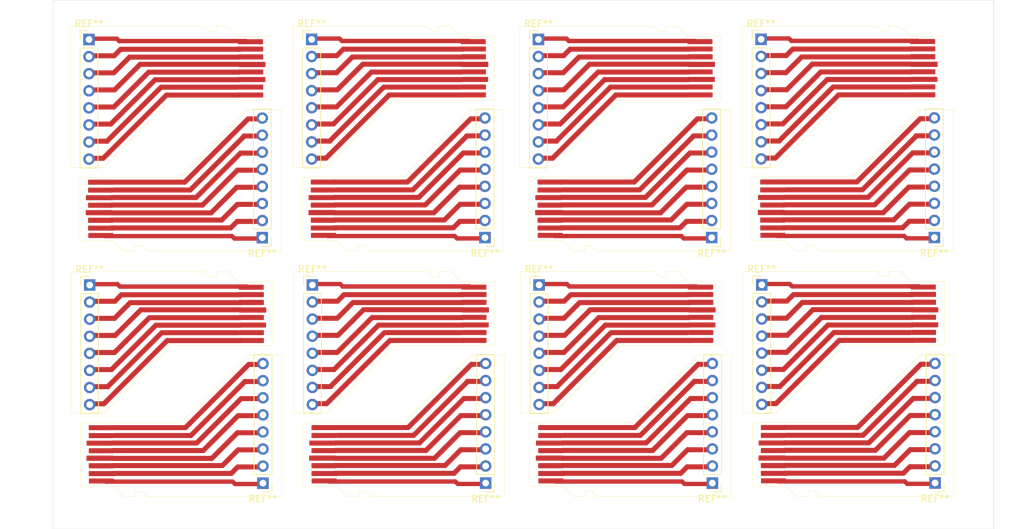
<source format=kicad_pcb>
(kicad_pcb (version 20221018) (generator pcbnew)
  (layers (0 "F.Cu" signal) (31 "B.Cu" signal) (34 "B.Paste" user) (35 "F.Paste" user) (36 "B.SilkS" user "B.Silkscreen") (37 "F.SilkS" user "F.Silkscreen") (38 "B.Mask" user) (39 "F.Mask" user) (44 "Edge.Cuts" user))
  (net 0 "")
  (footprint "Connector_PinHeader_2.54mm:PinHeader_1x08_P2.54mm_Vertical" (layer "F.Cu") (at 183.0782 107.7958 180)
    (fp_text reference "REF**")
    (fp_text value "PinHeader_1x08_P2.54mm_Vertical")
  )
  (footprint "Connector_PinHeader_2.54mm:PinHeader_1x08_P2.54mm_Vertical" (layer "F.Cu") (at 123.6652 78.3354)
    (fp_text reference "REF**")
    (fp_text value "PinHeader_1x08_P2.54mm_Vertical")
  )
  (footprint "Connector_PinHeader_2.54mm:PinHeader_1x08_P2.54mm_Vertical" (layer "F.Cu") (at 157.4402 114.8354)
    (fp_text reference "REF**")
    (fp_text value "PinHeader_1x08_P2.54mm_Vertical")
  )
  (footprint "Connector_PinHeader_2.54mm:PinHeader_1x08_P2.54mm_Vertical" (layer "F.Cu") (at 190.4168 78.3208)
    (fp_text reference "REF**")
    (fp_text value "PinHeader_1x08_P2.54mm_Vertical")
  )
  (footprint "Connector_PinHeader_2.54mm:PinHeader_1x08_P2.54mm_Vertical" (layer "F.Cu") (at 116.4266 144.3104 180)
    (fp_text reference "REF**")
    (fp_text value "PinHeader_1x08_P2.54mm_Vertical")
  )
  (footprint "Connector_PinHeader_2.54mm:PinHeader_1x08_P2.54mm_Vertical" (layer "F.Cu") (at 216.2548 144.2812 180)
    (fp_text reference "REF**")
    (fp_text value "PinHeader_1x08_P2.54mm_Vertical")
  )
  (footprint "Connector_PinHeader_2.54mm:PinHeader_1x08_P2.54mm_Vertical" (layer "F.Cu") (at 90.6886 114.85)
    (fp_text reference "REF**")
    (fp_text value "PinHeader_1x08_P2.54mm_Vertical")
  )
  (footprint "Connector_PinHeader_2.54mm:PinHeader_1x08_P2.54mm_Vertical" (layer "F.Cu") (at 149.4032 107.7958 180)
    (fp_text reference "REF**")
    (fp_text value "PinHeader_1x08_P2.54mm_Vertical")
  )
  (footprint "Connector_PinHeader_2.54mm:PinHeader_1x08_P2.54mm_Vertical" (layer "F.Cu") (at 183.1782 144.2958 180)
    (fp_text reference "REF**")
    (fp_text value "PinHeader_1x08_P2.54mm_Vertical")
  )
  (footprint "Connector_PinHeader_2.54mm:PinHeader_1x08_P2.54mm_Vertical" (layer "F.Cu") (at 157.3402 78.3354)
    (fp_text reference "REF**")
    (fp_text value "PinHeader_1x08_P2.54mm_Vertical")
  )
  (footprint "Connector_PinHeader_2.54mm:PinHeader_1x08_P2.54mm_Vertical" (layer "F.Cu") (at 90.5886 78.35)
    (fp_text reference "REF**")
    (fp_text value "PinHeader_1x08_P2.54mm_Vertical")
  )
  (footprint "Connector_PinHeader_2.54mm:PinHeader_1x08_P2.54mm_Vertical" (layer "F.Cu") (at 116.3266 107.8104 180)
    (fp_text reference "REF**")
    (fp_text value "PinHeader_1x08_P2.54mm_Vertical")
  )
  (footprint "Connector_PinHeader_2.54mm:PinHeader_1x08_P2.54mm_Vertical" (layer "F.Cu") (at 123.7652 114.8354)
    (fp_text reference "REF**")
    (fp_text value "PinHeader_1x08_P2.54mm_Vertical")
  )
  (footprint "Connector_PinHeader_2.54mm:PinHeader_1x08_P2.54mm_Vertical" (layer "F.Cu") (at 190.5168 114.8208)
    (fp_text reference "REF**")
    (fp_text value "PinHeader_1x08_P2.54mm_Vertical")
  )
  (footprint "Connector_PinHeader_2.54mm:PinHeader_1x08_P2.54mm_Vertical" (layer "F.Cu") (at 216.1548 107.7812 180)
    (fp_text reference "REF**")
    (fp_text value "PinHeader_1x08_P2.54mm_Vertical")
  )
  (footprint "Connector_PinHeader_2.54mm:PinHeader_1x08_P2.54mm_Vertical" (layer "F.Cu") (at 149.5032 144.2958 180)
    (fp_text reference "REF**")
    (fp_text value "PinHeader_1x08_P2.54mm_Vertical")
  )
  (gr_poly (pts (xy 160.791 104.3696) (xy 156.953199 104.3696) (xy 156.9532 103.7966) (xy 160.791 103.7966)) (stroke (width 0.2)) (fill solid) (layer "F.Cu"))
  (gr_poly (pts (xy 160.8402 136.3192) (xy 157.4032 136.3192) (xy 157.4032 135.7716) (xy 160.8402 135.7716)) (stroke (width 0.2)) (fill solid) (layer "F.Cu"))
  (gr_poly (pts (xy 94.1136 138.6342) (xy 90.3266 138.6342) (xy 90.3266 138.0866) (xy 94.1136 138.086601)) (stroke (width 0.2)) (fill solid) (layer "F.Cu"))
  (gr_rect (start 179.5668 78.3886) (end 183.0902 78.9342) (stroke (width 0.2)) (fill solid) (layer "F.Cu"))
  (gr_rect (start 112.8758 81.7762) (end 116.7136 82.3492) (stroke (width 0.2)) (fill solid) (layer "F.Cu"))
  (gr_rect (start 212.704 81.747) (end 216.5418 82.32) (stroke (width 0.2)) (fill solid) (layer "F.Cu"))
  (gr_rect (start 212.804 119.372) (end 216.2918 119.9196) (stroke (width 0.2)) (fill solid) (layer "F.Cu"))
  (gr_poly (pts (xy 160.891 139.7446) (xy 157.4032 139.7446) (xy 157.4032 139.197) (xy 160.891 139.197)) (stroke (width 0.2)) (fill solid) (layer "F.Cu"))
  (gr_rect (start 113.0016 120.5262) (end 116.7886 121.0738) (stroke (width 0.2)) (fill solid) (layer "F.Cu"))
  (gr_rect (start 113.0266 122.8266) (end 116.4636 123.3742) (stroke (width 0.2)) (fill solid) (layer "F.Cu"))
  (gr_rect (start 212.704 80.622) (end 216.1918 81.195) (stroke (width 0.2)) (fill solid) (layer "F.Cu"))
  (gr_rect (start 179.6274 81.7616) (end 183.4652 82.3346) (stroke (width 0.2)) (fill solid) (layer "F.Cu"))
  (gr_poly (pts (xy 94.1394 140.8842) (xy 90.301599 140.8842) (xy 90.3016 140.3112) (xy 94.1394 140.3112)) (stroke (width 0.2)) (fill solid) (layer "F.Cu"))
  (gr_rect (start 179.7782 122.812) (end 183.2152 123.3596) (stroke (width 0.2)) (fill solid) (layer "F.Cu"))
  (gr_rect (start 212.7548 85.1216) (end 216.1918 85.6692) (stroke (width 0.2)) (fill solid) (layer "F.Cu"))
  (gr_rect (start 179.6782 86.312) (end 183.1152 86.8596) (stroke (width 0.2)) (fill solid) (layer "F.Cu"))
  (gr_rect (start 145.8918 78.3886) (end 149.4152 78.9342) (stroke (width 0.2)) (fill solid) (layer "F.Cu"))
  (gr_poly (pts (xy 127.1652 137.495) (xy 123.7282 137.495) (xy 123.7282 136.9474) (xy 127.1652 136.9474)) (stroke (width 0.2)) (fill solid) (layer "F.Cu"))
  (gr_poly (pts (xy 160.8516 107.7426) (xy 157.3282 107.7426) (xy 157.3282 107.197) (xy 160.8516 107.197)) (stroke (width 0.2)) (fill solid) (layer "F.Cu"))
  (gr_rect (start 212.7298 83.997) (end 216.5168 84.5446) (stroke (width 0.2)) (fill solid) (layer "F.Cu"))
  (gr_rect (start 112.9152 114.9032) (end 116.4386 115.4488) (stroke (width 0.2)) (fill solid) (layer "F.Cu"))
  (gr_rect (start 212.6434 78.374) (end 216.1668 78.9196) (stroke (width 0.2)) (fill solid) (layer "F.Cu"))
  (gr_poly (pts (xy 94.2 144.2572) (xy 90.6766 144.2572) (xy 90.6766 143.7116) (xy 94.2 143.7116)) (stroke (width 0.2)) (fill solid) (layer "F.Cu"))
  (gr_poly (pts (xy 94.3426 143.1596) (xy 90.6516 143.1596) (xy 90.6516 142.612) (xy 94.3426 142.612)) (stroke (width 0.2)) (fill solid) (layer "F.Cu"))
  (gr_rect (start 145.8492 115.9862) (end 149.5402 116.5338) (stroke (width 0.2)) (fill solid) (layer "F.Cu"))
  (gr_poly (pts (xy 193.9676 141.98) (xy 190.4798 141.98) (xy 190.4798 141.407) (xy 193.9676 141.407)) (stroke (width 0.2)) (fill solid) (layer "F.Cu"))
  (gr_rect (start 146.0782 120.5116) (end 149.8652 121.0592) (stroke (width 0.2)) (fill solid) (layer "F.Cu"))
  (gr_rect (start 212.8298 120.497) (end 216.6168 121.0446) (stroke (width 0.2)) (fill solid) (layer "F.Cu"))
  (gr_rect (start 179.7532 120.5116) (end 183.5402 121.0592) (stroke (width 0.2)) (fill solid) (layer "F.Cu"))
  (gr_poly (pts (xy 94.0136 102.1342) (xy 90.2266 102.1342) (xy 90.2266 101.5866) (xy 94.0136 101.586601)) (stroke (width 0.2)) (fill solid) (layer "F.Cu"))
  (gr_poly (pts (xy 160.7402 100.995) (xy 157.3032 100.995) (xy 157.3032 100.4474) (xy 160.7402 100.4474)) (stroke (width 0.2)) (fill solid) (layer "F.Cu"))
  (gr_poly (pts (xy 127.3192 106.645) (xy 123.6282 106.645) (xy 123.6282 106.0974) (xy 127.3192 106.0974)) (stroke (width 0.2)) (fill solid) (layer "F.Cu"))
  (gr_rect (start 212.804 118.247) (end 216.6418 118.82) (stroke (width 0.2)) (fill solid) (layer "F.Cu"))
  (gr_rect (start 146.0524 117.1366) (end 149.5402 117.7096) (stroke (width 0.2)) (fill solid) (layer "F.Cu"))
  (gr_rect (start 145.9524 80.6366) (end 149.4402 81.2096) (stroke (width 0.2)) (fill solid) (layer "F.Cu"))
  (gr_poly (pts (xy 94.0394 104.3842) (xy 90.201599 104.3842) (xy 90.2016 103.8112) (xy 94.0394 103.8112)) (stroke (width 0.2)) (fill solid) (layer "F.Cu"))
  (gr_rect (start 112.6726 79.5008) (end 116.3636 80.0484) (stroke (width 0.2)) (fill solid) (layer "F.Cu"))
  (gr_rect (start 212.6008 115.9716) (end 216.2918 116.5192) (stroke (width 0.2)) (fill solid) (layer "F.Cu"))
  (gr_rect (start 145.9524 81.7616) (end 149.7902 82.3346) (stroke (width 0.2)) (fill solid) (layer "F.Cu"))
  (gr_poly (pts (xy 160.7402 99.8192) (xy 157.3032 99.8192) (xy 157.3032 99.2716) (xy 160.7402 99.2716)) (stroke (width 0.2)) (fill solid) (layer "F.Cu"))
  (gr_poly (pts (xy 193.9676 140.855) (xy 190.129799 140.855) (xy 190.1298 140.282) (xy 193.9676 140.282)) (stroke (width 0.2)) (fill solid) (layer "F.Cu"))
  (gr_poly (pts (xy 193.8676 103.23) (xy 190.3798 103.23) (xy 190.3798 102.6824) (xy 193.8676 102.6824)) (stroke (width 0.2)) (fill solid) (layer "F.Cu"))
  (gr_poly (pts (xy 127.216 139.7446) (xy 123.7282 139.7446) (xy 123.7282 139.197) (xy 127.216 139.197)) (stroke (width 0.2)) (fill solid) (layer "F.Cu"))
  (gr_poly (pts (xy 193.8676 105.48) (xy 190.3798 105.48) (xy 190.3798 104.907) (xy 193.8676 104.907)) (stroke (width 0.2)) (fill solid) (layer "F.Cu"))
  (gr_poly (pts (xy 94.1394 142.0092) (xy 90.6516 142.0092) (xy 90.6516 141.4362) (xy 94.1394 141.4362)) (stroke (width 0.2)) (fill solid) (layer "F.Cu"))
  (gr_poly (pts (xy 160.7652 102.1196) (xy 156.9782 102.1196) (xy 156.9782 101.572) (xy 160.7652 101.572001)) (stroke (width 0.2)) (fill solid) (layer "F.Cu"))
  (gr_poly (pts (xy 127.0902 102.1196) (xy 123.3032 102.1196) (xy 123.3032 101.572) (xy 127.0902 101.572001)) (stroke (width 0.2)) (fill solid) (layer "F.Cu"))
  (gr_rect (start 179.7274 118.2616) (end 183.5652 118.8346) (stroke (width 0.2)) (fill solid) (layer "F.Cu"))
  (gr_rect (start 112.7726 116.0008) (end 116.4636 116.5484) (stroke (width 0.2)) (fill solid) (layer "F.Cu"))
  (gr_rect (start 212.8548 122.7974) (end 216.2918 123.345) (stroke (width 0.2)) (fill solid) (layer "F.Cu"))
  (gr_rect (start 212.7434 114.874) (end 216.2668 115.4196) (stroke (width 0.2)) (fill solid) (layer "F.Cu"))
  (gr_poly (pts (xy 127.116 104.3696) (xy 123.278199 104.3696) (xy 123.2782 103.7966) (xy 127.116 103.7966)) (stroke (width 0.2)) (fill solid) (layer "F.Cu"))
  (gr_poly (pts (xy 193.9282 107.728) (xy 190.4048 107.728) (xy 190.4048 107.1824) (xy 193.9282 107.1824)) (stroke (width 0.2)) (fill solid) (layer "F.Cu"))
  (gr_poly (pts (xy 193.9168 136.3046) (xy 190.4798 136.3046) (xy 190.4798 135.757) (xy 193.9168 135.757)) (stroke (width 0.2)) (fill solid) (layer "F.Cu"))
  (gr_poly (pts (xy 160.891 141.9946) (xy 157.4032 141.9946) (xy 157.4032 141.4216) (xy 160.891 141.4216)) (stroke (width 0.2)) (fill solid) (layer "F.Cu"))
  (gr_poly (pts (xy 94.2426 106.6596) (xy 90.5516 106.6596) (xy 90.5516 106.112) (xy 94.2426 106.112)) (stroke (width 0.2)) (fill solid) (layer "F.Cu"))
  (gr_poly (pts (xy 161.0942 143.145) (xy 157.4032 143.145) (xy 157.4032 142.5974) (xy 161.0942 142.5974)) (stroke (width 0.2)) (fill solid) (layer "F.Cu"))
  (gr_rect (start 145.9918 114.8886) (end 149.5152 115.4342) (stroke (width 0.2)) (fill solid) (layer "F.Cu"))
  (gr_rect (start 212.5008 79.4716) (end 216.1918 80.0192) (stroke (width 0.2)) (fill solid) (layer "F.Cu"))
  (gr_rect (start 179.4242 79.4862) (end 183.1152 80.0338) (stroke (width 0.2)) (fill solid) (layer "F.Cu"))
  (gr_rect (start 179.5242 115.9862) (end 183.2152 116.5338) (stroke (width 0.2)) (fill solid) (layer "F.Cu"))
  (gr_rect (start 212.8548 121.6216) (end 216.2918 122.1692) (stroke (width 0.2)) (fill solid) (layer "F.Cu"))
  (gr_rect (start 112.9266 85.1508) (end 116.3636 85.6984) (stroke (width 0.2)) (fill solid) (layer "F.Cu"))
  (gr_rect (start 179.7782 121.6362) (end 183.2152 122.1838) (stroke (width 0.2)) (fill solid) (layer "F.Cu"))
  (gr_rect (start 146.0524 118.2616) (end 149.8902 118.8346) (stroke (width 0.2)) (fill solid) (layer "F.Cu"))
  (gr_poly (pts (xy 194.0708 106.6304) (xy 190.3798 106.6304) (xy 190.3798 106.0828) (xy 194.0708 106.0828)) (stroke (width 0.2)) (fill solid) (layer "F.Cu"))
  (gr_rect (start 112.9758 119.4012) (end 116.4636 119.9488) (stroke (width 0.2)) (fill solid) (layer "F.Cu"))
  (gr_poly (pts (xy 93.9886 99.8338) (xy 90.5516 99.8338) (xy 90.5516 99.2862) (xy 93.9886 99.2862)) (stroke (width 0.2)) (fill solid) (layer "F.Cu"))
  (gr_rect (start 113.0266 121.6508) (end 116.4636 122.1984) (stroke (width 0.2)) (fill solid) (layer "F.Cu"))
  (gr_rect (start 112.9016 84.0262) (end 116.6886 84.5738) (stroke (width 0.2)) (fill solid) (layer "F.Cu"))
  (gr_poly (pts (xy 127.4192 143.145) (xy 123.7282 143.145) (xy 123.7282 142.5974) (xy 127.4192 142.5974)) (stroke (width 0.2)) (fill solid) (layer "F.Cu"))
  (gr_poly (pts (xy 127.2766 144.2426) (xy 123.7532 144.2426) (xy 123.7532 143.697) (xy 127.2766 143.697)) (stroke (width 0.2)) (fill solid) (layer "F.Cu"))
  (gr_poly (pts (xy 94.0394 103.2592) (xy 90.5516 103.2592) (xy 90.5516 102.7116) (xy 94.0394 102.7116)) (stroke (width 0.2)) (fill solid) (layer "F.Cu"))
  (gr_rect (start 145.9524 82.8866) (end 149.4402 83.4342) (stroke (width 0.2)) (fill solid) (layer "F.Cu"))
  (gr_rect (start 179.6532 84.0116) (end 183.4402 84.5592) (stroke (width 0.2)) (fill solid) (layer "F.Cu"))
  (gr_rect (start 112.8758 82.9012) (end 116.3636 83.4488) (stroke (width 0.2)) (fill solid) (layer "F.Cu"))
  (gr_poly (pts (xy 94.1394 139.7592) (xy 90.6516 139.7592) (xy 90.6516 139.2116) (xy 94.1394 139.2116)) (stroke (width 0.2)) (fill solid) (layer "F.Cu"))
  (gr_poly (pts (xy 193.9168 137.4804) (xy 190.4798 137.4804) (xy 190.4798 136.9328) (xy 193.9168 136.9328)) (stroke (width 0.2)) (fill solid) (layer "F.Cu"))
  (gr_poly (pts (xy 127.116 103.2446) (xy 123.6282 103.2446) (xy 123.6282 102.697) (xy 127.116 102.697)) (stroke (width 0.2)) (fill solid) (layer "F.Cu"))
  (gr_poly (pts (xy 160.8652 138.6196) (xy 157.0782 138.6196) (xy 157.0782 138.072) (xy 160.8652 138.072001)) (stroke (width 0.2)) (fill solid) (layer "F.Cu"))
  (gr_rect (start 212.7548 86.2974) (end 216.1918 86.845) (stroke (width 0.2)) (fill solid) (layer "F.Cu"))
  (gr_poly (pts (xy 94.0886 137.5096) (xy 90.6516 137.5096) (xy 90.6516 136.962) (xy 94.0886 136.962)) (stroke (width 0.2)) (fill solid) (layer "F.Cu"))
  (gr_rect (start 145.7492 79.4862) (end 149.4402 80.0338) (stroke (width 0.2)) (fill solid) (layer "F.Cu"))
  (gr_poly (pts (xy 127.216 141.9946) (xy 123.7282 141.9946) (xy 123.7282 141.4216) (xy 127.216 141.4216)) (stroke (width 0.2)) (fill solid) (layer "F.Cu"))
  (gr_rect (start 146.0524 119.3866) (end 149.5402 119.9342) (stroke (width 0.2)) (fill solid) (layer "F.Cu"))
  (gr_poly (pts (xy 127.216 140.8696) (xy 123.378199 140.8696) (xy 123.3782 140.2966) (xy 127.216 140.2966)) (stroke (width 0.2)) (fill solid) (layer "F.Cu"))
  (gr_rect (start 112.9758 117.1512) (end 116.4636 117.7242) (stroke (width 0.2)) (fill solid) (layer "F.Cu"))
  (gr_rect (start 179.6274 80.6366) (end 183.1152 81.2096) (stroke (width 0.2)) (fill solid) (layer "F.Cu"))
  (gr_rect (start 146.0032 86.312) (end 149.4402 86.8596) (stroke (width 0.2)) (fill solid) (layer "F.Cu"))
  (gr_poly (pts (xy 194.1708 143.1304) (xy 190.4798 143.1304) (xy 190.4798 142.5828) (xy 194.1708 142.5828)) (stroke (width 0.2)) (fill solid) (layer "F.Cu"))
  (gr_rect (start 112.9758 118.2762) (end 116.8136 118.8492) (stroke (width 0.2)) (fill solid) (layer "F.Cu"))
  (gr_rect (start 145.9782 84.0116) (end 149.7652 84.5592) (stroke (width 0.2)) (fill solid) (layer "F.Cu"))
  (gr_poly (pts (xy 193.9418 138.605) (xy 190.1548 138.605) (xy 190.1548 138.0574) (xy 193.9418 138.057401)) (stroke (width 0.2)) (fill solid) (layer "F.Cu"))
  (gr_rect (start 179.6668 114.8886) (end 183.1902 115.4342) (stroke (width 0.2)) (fill solid) (layer "F.Cu"))
  (gr_rect (start 146.1032 121.6362) (end 149.5402 122.1838) (stroke (width 0.2)) (fill solid) (layer "F.Cu"))
  (gr_poly (pts (xy 193.8168 100.9804) (xy 190.3798 100.9804) (xy 190.3798 100.4328) (xy 193.8168 100.4328)) (stroke (width 0.2)) (fill solid) (layer "F.Cu"))
  (gr_poly (pts (xy 94.0886 136.3338) (xy 90.6516 136.3338) (xy 90.6516 135.7862) (xy 94.0886 135.7862)) (stroke (width 0.2)) (fill solid) (layer "F.Cu"))
  (gr_rect (start 146.1032 122.812) (end 149.5402 123.3596) (stroke (width 0.2)) (fill solid) (layer "F.Cu"))
  (gr_poly (pts (xy 94.1 107.7572) (xy 90.5766 107.7572) (xy 90.5766 107.2116) (xy 94.1 107.2116)) (stroke (width 0.2)) (fill solid) (layer "F.Cu"))
  (gr_poly (pts (xy 127.1652 136.3192) (xy 123.7282 136.3192) (xy 123.7282 135.7716) (xy 127.1652 135.7716)) (stroke (width 0.2)) (fill solid) (layer "F.Cu"))
  (gr_poly (pts (xy 127.116 105.4946) (xy 123.6282 105.4946) (xy 123.6282 104.9216) (xy 127.116 104.9216)) (stroke (width 0.2)) (fill solid) (layer "F.Cu"))
  (gr_poly (pts (xy 127.0652 100.995) (xy 123.6282 100.995) (xy 123.6282 100.4474) (xy 127.0652 100.4474)) (stroke (width 0.2)) (fill solid) (layer "F.Cu"))
  (gr_rect (start 179.7274 117.1366) (end 183.2152 117.7096) (stroke (width 0.2)) (fill solid) (layer "F.Cu"))
  (gr_poly (pts (xy 193.9676 139.73) (xy 190.4798 139.73) (xy 190.4798 139.1824) (xy 193.9676 139.1824)) (stroke (width 0.2)) (fill solid) (layer "F.Cu"))
  (gr_rect (start 146.0032 85.1362) (end 149.4402 85.6838) (stroke (width 0.2)) (fill solid) (layer "F.Cu"))
  (gr_rect (start 112.8152 78.4032) (end 116.3386 78.9488) (stroke (width 0.2)) (fill solid) (layer "F.Cu"))
  (gr_rect (start 179.6782 85.1362) (end 183.1152 85.6838) (stroke (width 0.2)) (fill solid) (layer "F.Cu"))
  (gr_poly (pts (xy 127.1766 107.7426) (xy 123.6532 107.7426) (xy 123.6532 107.197) (xy 127.1766 107.197)) (stroke (width 0.2)) (fill solid) (layer "F.Cu"))
  (gr_rect (start 112.8758 80.6512) (end 116.3636 81.2242) (stroke (width 0.2)) (fill solid) (layer "F.Cu"))
  (gr_poly (pts (xy 160.9516 144.2426) (xy 157.4282 144.2426) (xy 157.4282 143.697) (xy 160.9516 143.697)) (stroke (width 0.2)) (fill solid) (layer "F.Cu"))
  (gr_poly (pts (xy 160.791 105.4946) (xy 157.3032 105.4946) (xy 157.3032 104.9216) (xy 160.791 104.9216)) (stroke (width 0.2)) (fill solid) (layer "F.Cu"))
  (gr_rect (start 212.704 82.872) (end 216.1918 83.4196) (stroke (width 0.2)) (fill solid) (layer "F.Cu"))
  (gr_poly (pts (xy 160.8402 137.495) (xy 157.4032 137.495) (xy 157.4032 136.9474) (xy 160.8402 136.9474)) (stroke (width 0.2)) (fill solid) (layer "F.Cu"))
  (gr_poly (pts (xy 193.8676 104.355) (xy 190.029799 104.355) (xy 190.0298 103.782) (xy 193.8676 103.782)) (stroke (width 0.2)) (fill solid) (layer "F.Cu"))
  (gr_poly (pts (xy 160.891 140.8696) (xy 157.053199 140.8696) (xy 157.0532 140.2966) (xy 160.891 140.2966)) (stroke (width 0.2)) (fill solid) (layer "F.Cu"))
  (gr_rect (start 179.6274 82.8866) (end 183.1152 83.4342) (stroke (width 0.2)) (fill solid) (layer "F.Cu"))
  (gr_poly (pts (xy 194.0282 144.228) (xy 190.5048 144.228) (xy 190.5048 143.6824) (xy 194.0282 143.6824)) (stroke (width 0.2)) (fill solid) (layer "F.Cu"))
  (gr_poly (pts (xy 193.8168 99.8046) (xy 190.3798 99.8046) (xy 190.3798 99.257) (xy 193.8168 99.257)) (stroke (width 0.2)) (fill solid) (layer "F.Cu"))
  (gr_poly (pts (xy 93.9886 101.0096) (xy 90.5516 101.0096) (xy 90.5516 100.462) (xy 93.9886 100.462)) (stroke (width 0.2)) (fill solid) (layer "F.Cu"))
  (gr_rect (start 112.9266 86.3266) (end 116.3636 86.8742) (stroke (width 0.2)) (fill solid) (layer "F.Cu"))
  (gr_poly (pts (xy 160.9942 106.645) (xy 157.3032 106.645) (xy 157.3032 106.0974) (xy 160.9942 106.0974)) (stroke (width 0.2)) (fill solid) (layer "F.Cu"))
  (gr_rect (start 179.7274 119.3866) (end 183.2152 119.9342) (stroke (width 0.2)) (fill solid) (layer "F.Cu"))
  (gr_poly (pts (xy 94.0394 105.5092) (xy 90.5516 105.5092) (xy 90.5516 104.9362) (xy 94.0394 104.9362)) (stroke (width 0.2)) (fill solid) (layer "F.Cu"))
  (gr_poly (pts (xy 160.791 103.2446) (xy 157.3032 103.2446) (xy 157.3032 102.697) (xy 160.791 102.697)) (stroke (width 0.2)) (fill solid) (layer "F.Cu"))
  (gr_poly (pts (xy 193.8418 102.105) (xy 190.0548 102.105) (xy 190.0548 101.5574) (xy 193.8418 101.557401)) (stroke (width 0.2)) (fill solid) (layer "F.Cu"))
  (gr_rect (start 212.804 117.122) (end 216.2918 117.695) (stroke (width 0.2)) (fill solid) (layer "F.Cu"))
  (gr_poly (pts (xy 127.0652 99.8192) (xy 123.6282 99.8192) (xy 123.6282 99.2716) (xy 127.0652 99.2716)) (stroke (width 0.2)) (fill solid) (layer "F.Cu"))
  (gr_poly (pts (xy 127.1902 138.6196) (xy 123.4032 138.6196) (xy 123.4032 138.072) (xy 127.1902 138.072001)) (stroke (width 0.2)) (fill solid) (layer "F.Cu"))
  (gr_line (start 97.4516 109.7854) (end 95.7016 109.7854) (stroke (width 0.05)) (layer "F.SilkS"))
  (gr_line (start 122.3782 144.7708) (end 122.3782 135.3272) (stroke (width 0.05)) (layer "F.SilkS"))
  (gr_line (start 189.0298 108.2562) (end 189.0298 98.8126) (stroke (width 0.05)) (layer "F.SilkS"))
  (gr_line (start 112.7136 77.875) (end 117.7136 77.875) (stroke (width 0.05)) (layer "F.SilkS"))
  (gr_line (start 127.278201 108.2708) (end 122.2782 108.2708) (stroke (width 0.05)) (layer "F.SilkS"))
  (gr_line (start 207.6418 112.8458) (end 208.3918 113.5958) (stroke (width 0.05)) (layer "F.SilkS"))
  (gr_line (start 212.5418 77.8458) (end 217.5418 77.8458) (stroke (width 0.05)) (layer "F.SilkS"))
  (gr_line (start 194.129801 144.7562) (end 189.1298 144.7562) (stroke (width 0.05)) (layer "F.SilkS"))
  (gr_line (start 119.1152 109.7854) (end 119.1152 88.779999) (stroke (width 0.05)) (layer "F.SilkS"))
  (gr_line (start 92.7276 97.3804) (end 102.786 87.322) (stroke (width 0.05)) (layer "F.SilkS"))
  (gr_line (start 192.5558 97.3512) (end 202.6142 87.2928) (stroke (width 0.05)) (layer "F.SilkS"))
  (gr_line (start 197.2798 109.7562) (end 195.5298 109.7562) (stroke (width 0.05)) (layer "F.SilkS"))
  (gr_line (start 102.886 123.822) (end 117.8136 123.822) (stroke (width 0.05)) (layer "F.SilkS"))
  (gr_line (start 165.303199 145.5208) (end 164.303201 145.5208) (stroke (width 0.05)) (layer "F.SilkS"))
  (gr_line (start 142.5402 77.1104) (end 142.5402 76.3604) (stroke (width 0.05)) (layer "F.SilkS"))
  (gr_line (start 209.2918 77.0958) (end 209.2918 76.3458) (stroke (width 0.05)) (layer "F.SilkS"))
  (gr_line (start 218.9434 88.750799) (end 214.0158 88.7508) (stroke (width 0.05)) (layer "F.SilkS"))
  (gr_line (start 140.7902 76.3604) (end 141.5402 77.1104) (stroke (width 0.05)) (layer "F.SilkS"))
  (gr_line (start 152.2918 125.265399) (end 147.3642 125.2654) (stroke (width 0.05)) (layer "F.SilkS"))
  (gr_line (start 127.378201 144.7708) (end 122.3782 144.7708) (stroke (width 0.05)) (layer "F.SilkS"))
  (gr_line (start 165.9532 109.7708) (end 165.203199 109.0208) (stroke (width 0.05)) (layer "F.SilkS"))
  (gr_line (start 175.3152 113.6104) (end 176.3152 113.6104) (stroke (width 0.05)) (layer "F.SilkS"))
  (gr_line (start 119.1152 88.779999) (end 114.1876 88.78) (stroke (width 0.05)) (layer "F.SilkS"))
  (gr_line (start 132.2782 109.7708) (end 131.528199 109.0208) (stroke (width 0.05)) (layer "F.SilkS"))
  (gr_line (start 141.5402 77.1104) (end 142.5402 77.1104) (stroke (width 0.05)) (layer "F.SilkS"))
  (gr_line (start 214.0158 88.7508) (end 203.9574 98.8092) (stroke (width 0.05)) (layer "F.SilkS"))
  (gr_line (start 204.0574 135.3092) (end 189.1298 135.3092) (stroke (width 0.05)) (layer "F.SilkS"))
  (gr_line (start 177.9652 76.3604) (end 179.4652 77.8604) (stroke (width 0.05)) (layer "F.SilkS"))
  (gr_line (start 189.1298 144.7562) (end 189.1298 135.3126) (stroke (width 0.05)) (layer "F.SilkS"))
  (gr_line (start 145.7902 77.8604) (end 150.7902 77.8604) (stroke (width 0.05)) (layer "F.SilkS"))
  (gr_line (start 166.0532 146.2708) (end 185.9668 146.2708) (stroke (width 0.05)) (layer "F.SilkS"))
  (gr_line (start 159.4792 97.3658) (end 169.5376 87.3074) (stroke (width 0.05)) (layer "F.SilkS"))
  (gr_line (start 209.3918 113.5958) (end 209.3918 112.8458) (stroke (width 0.05)) (layer "F.SilkS"))
  (gr_line (start 137.3058 135.3238) (end 122.3782 135.3238) (stroke (width 0.05)) (layer "F.SilkS"))
  (gr_line (start 176.3152 112.8604) (end 178.0652 112.8604) (stroke (width 0.05)) (layer "F.SilkS"))
  (gr_line (start 119.2152 125.279999) (end 114.2876 125.28) (stroke (width 0.05)) (layer "F.SilkS"))
  (gr_line (start 178.0652 112.8604) (end 179.5652 114.3604) (stroke (width 0.05)) (layer "F.SilkS"))
  (gr_line (start 199.1298 146.2562) (end 198.379799 145.5062) (stroke (width 0.05)) (layer "F.SilkS"))
  (gr_line (start 164.203201 109.0208) (end 164.2032 109.7708) (stroke (width 0.05)) (layer "F.SilkS"))
  (gr_line (start 97.451601 109.0354) (end 97.4516 109.7854) (stroke (width 0.05)) (layer "F.SilkS"))
  (gr_line (start 174.4652 76.3604) (end 154.5516 76.3604) (stroke (width 0.05)) (layer "F.SilkS"))
  (gr_line (start 199.0298 109.7562) (end 198.279799 109.0062) (stroke (width 0.05)) (layer "F.SilkS"))
  (gr_line (start 92.8276 133.8804) (end 102.886 123.822) (stroke (width 0.05)) (layer "F.SilkS"))
  (gr_line (start 94.301601 144.7854) (end 89.3016 144.7854) (stroke (width 0.05)) (layer "F.SilkS"))
  (gr_line (start 132.3782 146.2708) (end 152.2918 146.2708) (stroke (width 0.05)) (layer "F.SilkS"))
  (gr_line (start 198.279799 109.0062) (end 197.279801 109.0062) (stroke (width 0.05)) (layer "F.SilkS"))
  (gr_line (start 208.2918 77.0958) (end 209.2918 77.0958) (stroke (width 0.05)) (layer "F.SilkS"))
  (gr_line (start 175.2152 77.1104) (end 176.2152 77.1104) (stroke (width 0.05)) (layer "F.SilkS"))
  (gr_line (start 104.2292 135.3384) (end 89.3016 135.3384) (stroke (width 0.05)) (layer "F.SilkS"))
  (gr_line (start 128.8782 146.2708) (end 127.378201 144.7708) (stroke (width 0.05)) (layer "F.SilkS"))
  (gr_line (start 162.5532 146.2708) (end 161.053201 144.7708) (stroke (width 0.05)) (layer "F.SilkS"))
  (gr_line (start 142.5402 76.3604) (end 144.2902 76.3604) (stroke (width 0.05)) (layer "F.SilkS"))
  (gr_line (start 142.6402 113.6104) (end 142.6402 112.8604) (stroke (width 0.05)) (layer "F.SilkS"))
  (gr_line (start 185.9668 125.265399) (end 181.0392 125.2654) (stroke (width 0.05)) (layer "F.SilkS"))
  (gr_line (start 185.8668 109.7708) (end 185.8668 88.765399) (stroke (width 0.05)) (layer "F.SilkS"))
  (gr_line (start 217.5418 77.8458) (end 217.5418 87.2894) (stroke (width 0.05)) (layer "F.SilkS"))
  (gr_line (start 94.201601 108.2854) (end 89.2016 108.2854) (stroke (width 0.05)) (layer "F.SilkS"))
  (gr_line (start 102.786 87.322) (end 117.7136 87.322) (stroke (width 0.05)) (layer "F.SilkS"))
  (gr_line (start 89.3016 144.7854) (end 89.3016 135.3418) (stroke (width 0.05)) (layer "F.SilkS"))
  (gr_line (start 152.2918 146.2708) (end 152.2918 125.265399) (stroke (width 0.05)) (layer "F.SilkS"))
  (gr_line (start 87.8 76.375) (end 87.8 97.3804) (stroke (width 0.05)) (layer "F.SilkS"))
  (gr_line (start 109.5636 112.875) (end 111.3136 112.875) (stroke (width 0.05)) (layer "F.SilkS"))
  (gr_line (start 152.1918 109.7708) (end 152.1918 88.765399) (stroke (width 0.05)) (layer "F.SilkS"))
  (gr_line (start 214.1158 125.2508) (end 204.0574 135.3092) (stroke (width 0.05)) (layer "F.SilkS"))
  (gr_line (start 154.6516 133.8658) (end 159.5792 133.8658) (stroke (width 0.05)) (layer "F.SilkS"))
  (gr_line (start 117.8136 114.375) (end 117.8136 123.8186) (stroke (width 0.05)) (layer "F.SilkS"))
  (gr_line (start 207.5418 76.3458) (end 208.2918 77.0958) (stroke (width 0.05)) (layer "F.SilkS"))
  (gr_line (start 202.7142 123.7928) (end 217.6418 123.7928) (stroke (width 0.05)) (layer "F.SilkS"))
  (gr_line (start 155.9532 108.2708) (end 155.9532 98.8272) (stroke (width 0.05)) (layer "F.SilkS"))
  (gr_line (start 99.2016 109.7854) (end 98.451599 109.0354) (stroke (width 0.05)) (layer "F.SilkS"))
  (gr_line (start 97.5516 146.2854) (end 95.8016 146.2854) (stroke (width 0.05)) (layer "F.SilkS"))
  (gr_line (start 202.6142 87.2928) (end 217.5418 87.2928) (stroke (width 0.05)) (layer "F.SilkS"))
  (gr_line (start 187.7282 112.8458) (end 187.7282 133.8512) (stroke (width 0.05)) (layer "F.SilkS"))
  (gr_line (start 99.3016 146.2854) (end 119.2152 146.2854) (stroke (width 0.05)) (layer "F.SilkS"))
  (gr_line (start 159.5792 133.8658) (end 169.6376 123.8074) (stroke (width 0.05)) (layer "F.SilkS"))
  (gr_line (start 179.5652 114.3604) (end 184.5652 114.3604) (stroke (width 0.05)) (layer "F.SilkS"))
  (gr_line (start 117.7136 77.875) (end 117.7136 87.3186) (stroke (width 0.05)) (layer "F.SilkS"))
  (gr_line (start 187.6282 76.3458) (end 187.6282 97.3512) (stroke (width 0.05)) (layer "F.SilkS"))
  (gr_line (start 207.5418 76.3458) (end 187.6282 76.3458) (stroke (width 0.05)) (layer "F.SilkS"))
  (gr_line (start 119.2152 146.2854) (end 119.2152 125.279999) (stroke (width 0.05)) (layer "F.SilkS"))
  (gr_line (start 181.0392 125.2654) (end 170.9808 135.3238) (stroke (width 0.05)) (layer "F.SilkS"))
  (gr_line (start 179.4652 77.8604) (end 184.4652 77.8604) (stroke (width 0.05)) (layer "F.SilkS"))
  (gr_line (start 111.2136 76.375) (end 112.7136 77.875) (stroke (width 0.05)) (layer "F.SilkS"))
  (gr_line (start 112.8136 114.375) (end 117.8136 114.375) (stroke (width 0.05)) (layer "F.SilkS"))
  (gr_line (start 130.528201 109.0208) (end 130.5282 109.7708) (stroke (width 0.05)) (layer "F.SilkS"))
  (gr_line (start 95.8016 146.2854) (end 94.301601 144.7854) (stroke (width 0.05)) (layer "F.SilkS"))
  (gr_line (start 154.6516 112.8604) (end 154.6516 133.8658) (stroke (width 0.05)) (layer "F.SilkS"))
  (gr_line (start 164.3032 146.2708) (end 162.5532 146.2708) (stroke (width 0.05)) (layer "F.SilkS"))
  (gr_line (start 130.5282 109.7708) (end 128.7782 109.7708) (stroke (width 0.05)) (layer "F.SilkS"))
  (gr_line (start 114.2876 125.28) (end 104.2292 135.3384) (stroke (width 0.05)) (layer "F.SilkS"))
  (gr_line (start 184.4652 77.8604) (end 184.4652 87.304) (stroke (width 0.05)) (layer "F.SilkS"))
  (gr_line (start 147.2642 88.7654) (end 137.2058 98.8238) (stroke (width 0.05)) (layer "F.SilkS"))
  (gr_line (start 137.2058 98.8238) (end 122.2782 98.8238) (stroke (width 0.05)) (layer "F.SilkS"))
  (gr_line (start 107.8136 112.875) (end 108.5636 113.625) (stroke (width 0.05)) (layer "F.SilkS"))
  (gr_line (start 114.1876 88.78) (end 104.1292 98.8384) (stroke (width 0.05)) (layer "F.SilkS"))
  (gr_line (start 197.279801 109.0062) (end 197.2798 109.7562) (stroke (width 0.05)) (layer "F.SilkS"))
  (gr_line (start 108.4636 77.125) (end 109.4636 77.125) (stroke (width 0.05)) (layer "F.SilkS"))
  (gr_line (start 208.3918 113.5958) (end 209.3918 113.5958) (stroke (width 0.05)) (layer "F.SilkS"))
  (gr_line (start 195.5298 109.7562) (end 194.029801 108.2562) (stroke (width 0.05)) (layer "F.SilkS"))
  (gr_line (start 211.0418 76.3458) (end 212.5418 77.8458) (stroke (width 0.05)) (layer "F.SilkS"))
  (gr_line (start 174.4652 76.3604) (end 175.2152 77.1104) (stroke (width 0.05)) (layer "F.SilkS"))
  (gr_line (start 135.9626 123.8074) (end 150.8902 123.8074) (stroke (width 0.05)) (layer "F.SilkS"))
  (gr_line (start 109.4636 76.375) (end 111.2136 76.375) (stroke (width 0.05)) (layer "F.SilkS"))
  (gr_line (start 144.3902 112.8604) (end 145.8902 114.3604) (stroke (width 0.05)) (layer "F.SilkS"))
  (gr_line (start 89.2016 108.2854) (end 89.2016 98.8418) (stroke (width 0.05)) (layer "F.SilkS"))
  (gr_line (start 140.8902 112.8604) (end 141.6402 113.6104) (stroke (width 0.05)) (layer "F.SilkS"))
  (gr_line (start 170.9808 135.3238) (end 156.0532 135.3238) (stroke (width 0.05)) (layer "F.SilkS"))
  (gr_line (start 217.6418 114.3458) (end 217.6418 123.7894) (stroke (width 0.05)) (layer "F.SilkS"))
  (gr_line (start 180.9392 88.7654) (end 170.8808 98.8238) (stroke (width 0.05)) (layer "F.SilkS"))
  (gr_line (start 99.2016 109.7854) (end 119.1152 109.7854) (stroke (width 0.05)) (layer "F.SilkS"))
  (gr_line (start 140.8902 112.8604) (end 120.9766 112.8604) (stroke (width 0.05)) (layer "F.SilkS"))
  (gr_line (start 111.3136 112.875) (end 112.8136 114.375) (stroke (width 0.05)) (layer "F.SilkS"))
  (gr_line (start 169.6376 123.8074) (end 184.5652 123.8074) (stroke (width 0.05)) (layer "F.SilkS"))
  (gr_line (start 120.9766 112.8604) (end 120.9766 133.8658) (stroke (width 0.05)) (layer "F.SilkS"))
  (gr_line (start 130.628201 145.5208) (end 130.6282 146.2708) (stroke (width 0.05)) (layer "F.SilkS"))
  (gr_line (start 161.053201 144.7708) (end 156.0532 144.7708) (stroke (width 0.05)) (layer "F.SilkS"))
  (gr_line (start 108.5636 113.625) (end 109.5636 113.625) (stroke (width 0.05)) (layer "F.SilkS"))
  (gr_line (start 160.953201 108.2708) (end 155.9532 108.2708) (stroke (width 0.05)) (layer "F.SilkS"))
  (gr_line (start 99.3016 146.2854) (end 98.551599 145.5354) (stroke (width 0.05)) (layer "F.SilkS"))
  (gr_line (start 174.5652 112.8604) (end 175.3152 113.6104) (stroke (width 0.05)) (layer "F.SilkS"))
  (gr_line (start 104.1292 98.8384) (end 89.2016 98.8384) (stroke (width 0.05)) (layer "F.SilkS"))
  (gr_line (start 174.5652 112.8604) (end 154.6516 112.8604) (stroke (width 0.05)) (layer "F.SilkS"))
  (gr_line (start 132.3782 146.2708) (end 131.628199 145.5208) (stroke (width 0.05)) (layer "F.SilkS"))
  (gr_line (start 131.628199 145.5208) (end 130.628201 145.5208) (stroke (width 0.05)) (layer "F.SilkS"))
  (gr_line (start 125.8042 97.3658) (end 135.8626 87.3074) (stroke (width 0.05)) (layer "F.SilkS"))
  (gr_line (start 184.5652 114.3604) (end 184.5652 123.804) (stroke (width 0.05)) (layer "F.SilkS"))
  (gr_line (start 109.4636 77.125) (end 109.4636 76.375) (stroke (width 0.05)) (layer "F.SilkS"))
  (gr_line (start 192.6558 133.8512) (end 202.7142 123.7928) (stroke (width 0.05)) (layer "F.SilkS"))
  (gr_line (start 219.0434 146.2562) (end 219.0434 125.250799) (stroke (width 0.05)) (layer "F.SilkS"))
  (gr_line (start 219.0434 125.250799) (end 214.1158 125.2508) (stroke (width 0.05)) (layer "F.SilkS"))
  (gr_line (start 185.9668 146.2708) (end 185.9668 125.265399) (stroke (width 0.05)) (layer "F.SilkS"))
  (gr_line (start 176.2152 76.3604) (end 177.9652 76.3604) (stroke (width 0.05)) (layer "F.SilkS"))
  (gr_line (start 125.9042 133.8658) (end 135.9626 123.8074) (stroke (width 0.05)) (layer "F.SilkS"))
  (gr_line (start 176.2152 77.1104) (end 176.2152 76.3604) (stroke (width 0.05)) (layer "F.SilkS"))
  (gr_line (start 212.6418 114.3458) (end 217.6418 114.3458) (stroke (width 0.05)) (layer "F.SilkS"))
  (gr_line (start 120.8766 76.3604) (end 120.8766 97.3658) (stroke (width 0.05)) (layer "F.SilkS"))
  (gr_line (start 98.551599 145.5354) (end 97.551601 145.5354) (stroke (width 0.05)) (layer "F.SilkS"))
  (gr_line (start 131.528199 109.0208) (end 130.528201 109.0208) (stroke (width 0.05)) (layer "F.SilkS"))
  (gr_line (start 98.451599 109.0354) (end 97.451601 109.0354) (stroke (width 0.05)) (layer "F.SilkS"))
  (gr_line (start 209.2918 76.3458) (end 211.0418 76.3458) (stroke (width 0.05)) (layer "F.SilkS"))
  (gr_line (start 120.8766 97.3658) (end 125.8042 97.3658) (stroke (width 0.05)) (layer "F.SilkS"))
  (gr_line (start 169.5376 87.3074) (end 184.4652 87.3074) (stroke (width 0.05)) (layer "F.SilkS"))
  (gr_line (start 164.2032 109.7708) (end 162.4532 109.7708) (stroke (width 0.05)) (layer "F.SilkS"))
  (gr_line (start 207.6418 112.8458) (end 187.7282 112.8458) (stroke (width 0.05)) (layer "F.SilkS"))
  (gr_line (start 187.7282 133.8512) (end 192.6558 133.8512) (stroke (width 0.05)) (layer "F.SilkS"))
  (gr_line (start 152.1918 88.765399) (end 147.2642 88.7654) (stroke (width 0.05)) (layer "F.SilkS"))
  (gr_line (start 154.5516 97.3658) (end 159.4792 97.3658) (stroke (width 0.05)) (layer "F.SilkS"))
  (gr_line (start 198.379799 145.5062) (end 197.379801 145.5062) (stroke (width 0.05)) (layer "F.SilkS"))
  (gr_line (start 120.9766 133.8658) (end 125.9042 133.8658) (stroke (width 0.05)) (layer "F.SilkS"))
  (gr_line (start 165.9532 109.7708) (end 185.8668 109.7708) (stroke (width 0.05)) (layer "F.SilkS"))
  (gr_line (start 144.2902 76.3604) (end 145.7902 77.8604) (stroke (width 0.05)) (layer "F.SilkS"))
  (gr_line (start 122.2782 108.2708) (end 122.2782 98.8272) (stroke (width 0.05)) (layer "F.SilkS"))
  (gr_line (start 135.8626 87.3074) (end 150.7902 87.3074) (stroke (width 0.05)) (layer "F.SilkS"))
  (gr_line (start 95.7016 109.7854) (end 94.201601 108.2854) (stroke (width 0.05)) (layer "F.SilkS"))
  (gr_line (start 209.3918 112.8458) (end 211.1418 112.8458) (stroke (width 0.05)) (layer "F.SilkS"))
  (gr_line (start 150.7902 77.8604) (end 150.7902 87.304) (stroke (width 0.05)) (layer "F.SilkS"))
  (gr_line (start 87.8 97.3804) (end 92.7276 97.3804) (stroke (width 0.05)) (layer "F.SilkS"))
  (gr_line (start 187.6282 97.3512) (end 192.5558 97.3512) (stroke (width 0.05)) (layer "F.SilkS"))
  (gr_line (start 162.4532 109.7708) (end 160.953201 108.2708) (stroke (width 0.05)) (layer "F.SilkS"))
  (gr_line (start 197.3798 146.2562) (end 195.6298 146.2562) (stroke (width 0.05)) (layer "F.SilkS"))
  (gr_line (start 185.8668 88.765399) (end 180.9392 88.7654) (stroke (width 0.05)) (layer "F.SilkS"))
  (gr_line (start 203.9574 98.8092) (end 189.0298 98.8092) (stroke (width 0.05)) (layer "F.SilkS"))
  (gr_line (start 130.6282 146.2708) (end 128.8782 146.2708) (stroke (width 0.05)) (layer "F.SilkS"))
  (gr_line (start 141.6402 113.6104) (end 142.6402 113.6104) (stroke (width 0.05)) (layer "F.SilkS"))
  (gr_line (start 211.1418 112.8458) (end 212.6418 114.3458) (stroke (width 0.05)) (layer "F.SilkS"))
  (gr_line (start 150.8902 114.3604) (end 150.8902 123.804) (stroke (width 0.05)) (layer "F.SilkS"))
  (gr_line (start 132.2782 109.7708) (end 152.1918 109.7708) (stroke (width 0.05)) (layer "F.SilkS"))
  (gr_line (start 87.9 112.875) (end 87.9 133.8804) (stroke (width 0.05)) (layer "F.SilkS"))
  (gr_line (start 164.303201 145.5208) (end 164.3032 146.2708) (stroke (width 0.05)) (layer "F.SilkS"))
  (gr_line (start 199.0298 109.7562) (end 218.9434 109.7562) (stroke (width 0.05)) (layer "F.SilkS"))
  (gr_line (start 107.7136 76.375) (end 108.4636 77.125) (stroke (width 0.05)) (layer "F.SilkS"))
  (gr_line (start 194.029801 108.2562) (end 189.0298 108.2562) (stroke (width 0.05)) (layer "F.SilkS"))
  (gr_line (start 154.5516 76.3604) (end 154.5516 97.3658) (stroke (width 0.05)) (layer "F.SilkS"))
  (gr_line (start 197.379801 145.5062) (end 197.3798 146.2562) (stroke (width 0.05)) (layer "F.SilkS"))
  (gr_line (start 109.5636 113.625) (end 109.5636 112.875) (stroke (width 0.05)) (layer "F.SilkS"))
  (gr_line (start 107.8136 112.875) (end 87.9 112.875) (stroke (width 0.05)) (layer "F.SilkS"))
  (gr_line (start 195.6298 146.2562) (end 194.129801 144.7562) (stroke (width 0.05)) (layer "F.SilkS"))
  (gr_line (start 218.9434 109.7562) (end 218.9434 88.750799) (stroke (width 0.05)) (layer "F.SilkS"))
  (gr_line (start 140.7902 76.3604) (end 120.8766 76.3604) (stroke (width 0.05)) (layer "F.SilkS"))
  (gr_line (start 147.3642 125.2654) (end 137.3058 135.3238) (stroke (width 0.05)) (layer "F.SilkS"))
  (gr_line (start 166.0532 146.2708) (end 165.303199 145.5208) (stroke (width 0.05)) (layer "F.SilkS"))
  (gr_line (start 107.7136 76.375) (end 87.8 76.375) (stroke (width 0.05)) (layer "F.SilkS"))
  (gr_line (start 145.8902 114.3604) (end 150.8902 114.3604) (stroke (width 0.05)) (layer "F.SilkS"))
  (gr_line (start 128.7782 109.7708) (end 127.278201 108.2708) (stroke (width 0.05)) (layer "F.SilkS"))
  (gr_line (start 176.3152 113.6104) (end 176.3152 112.8604) (stroke (width 0.05)) (layer "F.SilkS"))
  (gr_line (start 142.6402 112.8604) (end 144.3902 112.8604) (stroke (width 0.05)) (layer "F.SilkS"))
  (gr_line (start 170.8808 98.8238) (end 155.9532 98.8238) (stroke (width 0.05)) (layer "F.SilkS"))
  (gr_line (start 97.551601 145.5354) (end 97.5516 146.2854) (stroke (width 0.05)) (layer "F.SilkS"))
  (gr_line (start 199.1298 146.2562) (end 219.0434 146.2562) (stroke (width 0.05)) (layer "F.SilkS"))
  (gr_line (start 156.0532 144.7708) (end 156.0532 135.3272) (stroke (width 0.05)) (layer "F.SilkS"))
  (gr_line (start 87.9 133.8804) (end 92.8276 133.8804) (stroke (width 0.05)) (layer "F.SilkS"))
  (gr_line (start 165.203199 109.0208) (end 164.203201 109.0208) (stroke (width 0.05)) (layer "F.SilkS"))
  (gr_rect (start 85.25 72.4996) (end 224.975 151.125) (stroke (width 0.05)) (fill none) (layer "Edge.Cuts"))
  (segment (start 182.9866 134.260399) (end 179.4902 134.2604) (width 0.75) (layer "F.Cu") (net 0))
  (segment (start 90.7802 88.3854) (end 94.2766 88.3854) (width 0.75) (layer "F.Cu") (net 0))
  (segment (start 179.4394 141.8804) (end 178.4742 142.8456) (width 0.75) (layer "F.Cu") (net 0))
  (segment (start 95.3926 116.3002) (end 113.1136 116.3002) (width 0.75) (layer "F.Cu") (net 0))
  (segment (start 146.9712 78.5664) (end 147.0152 78.6104) (width 0.65) (layer "F.Cu") (net 0))
  (segment (start 149.3116 139.3404) (end 145.8152 139.3404) (width 0.75) (layer "F.Cu") (net 0))
  (segment (start 143.3784 105.1772) (end 127.0208 105.1772) (width 0.75) (layer "F.Cu") (net 0))
  (segment (start 161.1282 124.8708) (end 166.3098 119.6892) (width 0.75) (layer "F.Cu") (net 0))
  (segment (start 179.2886 100.3004) (end 175.478599 104.1104) (width 0.75) (layer "F.Cu") (net 0))
  (segment (start 145.6644 105.3804) (end 144.6992 106.3456) (width 0.75) (layer "F.Cu") (net 0))
  (segment (start 126.3864 131.9828) (end 135.2764 123.0928) (width 0.75) (layer "F.Cu") (net 0))
  (segment (start 123.8568 88.3708) (end 127.3532 88.3708) (width 0.75) (layer "F.Cu") (net 0))
  (segment (start 149.3116 134.260399) (end 145.8152 134.2604) (width 0.75) (layer "F.Cu") (net 0))
  (segment (start 168.0894 85.4244) (end 179.4178 85.4244) (width 0.75) (layer "F.Cu") (net 0))
  (segment (start 107.557 139.4566) (end 94.095 139.4566) (width 0.75) (layer "F.Cu") (net 0))
  (segment (start 190.7084 127.3962) (end 193.7476 127.3962) (width 0.75) (layer "F.Cu") (net 0))
  (segment (start 95.0894 78.581) (end 113.8946 78.581) (width 0.65) (layer "F.Cu") (net 0))
  (segment (start 171.567 99.5384) (end 160.6958 99.5384) (width 0.75) (layer "F.Cu") (net 0))
  (segment (start 94.4782 122.3454) (end 98.2882 118.5354) (width 0.75) (layer "F.Cu") (net 0))
  (segment (start 157.5318 83.2908) (end 161.0282 83.2908) (width 0.75) (layer "F.Cu") (net 0))
  (segment (start 162.0442 79.7856) (end 179.7652 79.7856) (width 0.75) (layer "F.Cu") (net 0))
  (segment (start 213.4828 92.6658) (end 205.4564 100.6922) (width 0.75) (layer "F.Cu") (net 0))
  (segment (start 145.358 144.4204) (end 145.0024 144.064801) (width 0.65) (layer "F.Cu") (net 0))
  (segment (start 201.928 86.5782) (end 212.7992 86.5782) (width 0.75) (layer "F.Cu") (net 0))
  (segment (start 161.1282 119.7908) (end 163.465 117.454) (width 0.75) (layer "F.Cu") (net 0))
  (segment (start 201.166 85.4098) (end 212.4944 85.4098) (width 0.75) (layer "F.Cu") (net 0))
  (segment (start 123.9568 127.4108) (end 126.996 127.4108) (width 0.75) (layer "F.Cu") (net 0))
  (segment (start 149.2116 102.8404) (end 145.7152 102.8404) (width 0.75) (layer "F.Cu") (net 0))
  (segment (start 216.0632 126.6258) (end 214.1416 126.6258) (width 0.75) (layer "F.Cu") (net 0))
  (segment (start 179.3394 105.3804) (end 178.3742 106.3456) (width 0.75) (layer "F.Cu") (net 0))
  (segment (start 212.4668 102.8258) (end 210.13 105.1626) (width 0.75) (layer "F.Cu") (net 0))
  (segment (start 206.32 101.8098) (end 193.8232 101.8098) (width 0.75) (layer "F.Cu") (net 0))
  (segment (start 93.0206 107.5794) (end 92.9766 107.5354) (width 0.65) (layer "F.Cu") (net 0))
  (segment (start 165.0398 118.5208) (end 179.7718 118.5208) (width 0.75) (layer "F.Cu") (net 0))
  (segment (start 206.42 138.3098) (end 193.9232 138.3098) (width 0.75) (layer "F.Cu") (net 0))
  (segment (start 192.63 132.4762) (end 193.138 131.9682) (width 0.75) (layer "F.Cu") (net 0))
  (segment (start 149.6164 129.1804) (end 146.7804 129.1804) (width 0.75) (layer "F.Cu") (net 0))
  (segment (start 105.5774 100.7214) (end 94.249 100.7214) (width 0.75) (layer "F.Cu") (net 0))
  (segment (start 162.1442 116.2856) (end 179.8652 116.2856) (width 0.75) (layer "F.Cu") (net 0))
  (segment (start 182.9866 144.4204) (end 179.033 144.4204) (width 0.65) (layer "F.Cu") (net 0))
  (segment (start 141.903599 140.6104) (end 127.1716 140.6104) (width 0.75) (layer "F.Cu") (net 0))
  (segment (start 211.654 107.550201) (end 192.8488 107.5502) (width 0.65) (layer "F.Cu") (net 0))
  (segment (start 194.2048 124.8562) (end 199.3864 119.6746) (width 0.75) (layer "F.Cu") (net 0))
  (segment (start 123.8568 95.9908) (end 125.7784 95.9908) (width 0.75) (layer "F.Cu") (net 0))
  (segment (start 213.024 131.7058) (end 206.42 138.3098) (width 0.75) (layer "F.Cu") (net 0))
  (segment (start 172.329 100.7068) (end 161.0006 100.7068) (width 0.75) (layer "F.Cu") (net 0))
  (segment (start 134.5144 121.9244) (end 145.8428 121.9244) (width 0.75) (layer "F.Cu") (net 0))
  (segment (start 128.4692 116.2856) (end 146.1902 116.2856) (width 0.75) (layer "F.Cu") (net 0))
  (segment (start 157.5318 88.3708) (end 161.0282 88.3708) (width 0.75) (layer "F.Cu") (net 0))
  (segment (start 204.6436 99.5238) (end 193.7724 99.5238) (width 0.75) (layer "F.Cu") (net 0))
  (segment (start 114.3134 126.655) (end 113.8054 127.163) (width 0.75) (layer "F.Cu") (net 0))
  (segment (start 116.135 105.395) (end 112.5878 105.395) (width 0.75) (layer "F.Cu") (net 0))
  (segment (start 193.0888 93.4362) (end 201.1152 85.4098) (width 0.75) (layer "F.Cu") (net 0))
  (segment (start 127.9104 114.7108) (end 128.266 115.0664) (width 0.65) (layer "F.Cu") (net 0))
  (segment (start 190.7084 114.6962) (end 194.662 114.6962) (width 0.65) (layer "F.Cu") (net 0))
  (segment (start 126.1972 144.0648) (end 126.1532 144.0208) (width 0.65) (layer "F.Cu") (net 0))
  (segment (start 167.275 120.8068) (end 179.7718 120.8068) (width 0.75) (layer "F.Cu") (net 0))
  (segment (start 145.7644 141.8804) (end 144.7992 142.8456) (width 0.75) (layer "F.Cu") (net 0))
  (segment (start 146.2724 131.7204) (end 139.6684 138.3244) (width 0.75) (layer "F.Cu") (net 0))
  (segment (start 190.6084 78.1962) (end 194.562 78.1962) (width 0.65) (layer "F.Cu") (net 0))
  (segment (start 194.3064 122.3162) (end 198.1164 118.5062) (width 0.75) (layer "F.Cu") (net 0))
  (segment (start 190.7084 119.7762) (end 194.2048 119.7762) (width 0.75) (layer "F.Cu") (net 0))
  (segment (start 173.2434 101.8244) (end 160.7466 101.8244) (width 0.75) (layer "F.Cu") (net 0))
  (segment (start 126.996 127.4108) (end 133.6 120.8068) (width 0.75) (layer "F.Cu") (net 0))
  (segment (start 160.671 127.4108) (end 167.275 120.8068) (width 0.75) (layer "F.Cu") (net 0))
  (segment (start 111.7226 142.8602) (end 94.001601 142.8602) (width 0.75) (layer "F.Cu") (net 0))
  (segment (start 182.8866 105.3804) (end 179.3394 105.3804) (width 0.75) (layer "F.Cu") (net 0))
  (segment (start 175.478599 104.1104) (end 160.7466 104.1104) (width 0.75) (layer "F.Cu") (net 0))
  (segment (start 216.368 129.1658) (end 213.532 129.1658) (width 0.75) (layer "F.Cu") (net 0))
  (segment (start 168.1894 121.9244) (end 179.5178 121.9244) (width 0.75) (layer "F.Cu") (net 0))
  (segment (start 214.0416 90.1258) (end 213.5336 90.6338) (width 0.75) (layer "F.Cu") (net 0))
  (segment (start 215.9632 102.8258) (end 212.4668 102.8258) (width 0.75) (layer "F.Cu") (net 0))
  (segment (start 135.1764 86.5928) (end 146.0476 86.5928) (width 0.75) (layer "F.Cu") (net 0))
  (segment (start 199.2864 83.1746) (end 212.7484 83.1746) (width 0.75) (layer "F.Cu") (net 0))
  (segment (start 179.4902 139.3404) (end 177.1534 141.6772) (width 0.75) (layer "F.Cu") (net 0))
  (segment (start 190.6084 88.3562) (end 194.1048 88.3562) (width 0.75) (layer "F.Cu") (net 0))
  (segment (start 212.416 105.3658) (end 211.4508 106.331) (width 0.75) (layer "F.Cu") (net 0))
  (segment (start 100.4234 84.3214) (end 112.9202 84.3214) (width 0.75) (layer "F.Cu") (net 0))
  (segment (start 90.8802 122.3454) (end 94.4782 122.3454) (width 0.75) (layer "F.Cu") (net 0))
  (segment (start 182.9866 141.8804) (end 179.4394 141.8804) (width 0.75) (layer "F.Cu") (net 0))
  (segment (start 112.1814 107.935) (end 111.8258 107.579401) (width 0.65) (layer "F.Cu") (net 0))
  (segment (start 147.29 90.1404) (end 146.782 90.6484) (width 0.75) (layer "F.Cu") (net 0))
  (segment (start 126.0972 107.5648) (end 126.0532 107.5208) (width 0.65) (layer "F.Cu") (net 0))
  (segment (start 94.3766 124.8854) (end 99.5582 119.7038) (width 0.75) (layer "F.Cu") (net 0))
  (segment (start 149.2116 97.760399) (end 145.7152 97.7604) (width 0.75) (layer "F.Cu") (net 0))
  (segment (start 149.2116 90.1404) (end 147.29 90.1404) (width 0.75) (layer "F.Cu") (net 0))
  (segment (start 213.6336 127.1338) (end 204.7436 136.0238) (width 0.75) (layer "F.Cu") (net 0))
  (segment (start 128.266 115.0664) (end 147.0712 115.0664) (width 0.65) (layer "F.Cu") (net 0))
  (segment (start 116.235 139.355) (end 112.7386 139.355) (width 0.75) (layer "F.Cu") (net 0))
  (segment (start 107.457 102.9566) (end 93.995 102.9566) (width 0.75) (layer "F.Cu") (net 0))
  (segment (start 202.028 123.0782) (end 212.8992 123.0782) (width 0.75) (layer "F.Cu") (net 0))
  (segment (start 146.7312 92.6804) (end 138.7048 100.7068) (width 0.75) (layer "F.Cu") (net 0))
  (segment (start 161.0282 88.3708) (end 166.2098 83.1892) (width 0.75) (layer "F.Cu") (net 0))
  (segment (start 127.4532 124.8708) (end 132.6348 119.6892) (width 0.75) (layer "F.Cu") (net 0))
  (segment (start 180.965 90.1404) (end 180.457 90.6484) (width 0.75) (layer "F.Cu") (net 0))
  (segment (start 127.5548 122.3308) (end 131.3648 118.5208) (width 0.75) (layer "F.Cu") (net 0))
  (segment (start 101.3378 85.439) (end 112.6662 85.439) (width 0.75) (layer "F.Cu") (net 0))
  (segment (start 177.1534 141.6772) (end 160.7958 141.6772) (width 0.75) (layer "F.Cu") (net 0))
  (segment (start 182.9866 131.7204) (end 179.9474 131.7204) (width 0.75) (layer "F.Cu") (net 0))
  (segment (start 213.5828 129.1658) (end 205.5564 137.1922) (width 0.75) (layer "F.Cu") (net 0))
  (segment (start 171.667 136.0384) (end 160.7958 136.0384) (width 0.75) (layer "F.Cu") (net 0))
  (segment (start 180.5062 129.1804) (end 172.4798 137.2068) (width 0.75) (layer "F.Cu") (net 0))
  (segment (start 114.2134 90.155) (end 113.7054 90.663) (width 0.75) (layer "F.Cu") (net 0))
  (segment (start 132.5348 83.1892) (end 145.9968 83.1892) (width 0.75) (layer "F.Cu") (net 0))
  (segment (start 113.6546 92.695) (end 105.6282 100.7214) (width 0.75) (layer "F.Cu") (net 0))
  (segment (start 216.0632 144.4058) (end 212.1096 144.4058) (width 0.65) (layer "F.Cu") (net 0))
  (segment (start 213.7228 78.5518) (end 213.7668 78.5958) (width 0.65) (layer "F.Cu") (net 0))
  (segment (start 194.9176 78.5518) (end 213.7228 78.5518) (width 0.65) (layer "F.Cu") (net 0))
  (segment (start 96.7134 117.4686) (end 113.071 117.4686) (width 0.75) (layer "F.Cu") (net 0))
  (segment (start 105.6774 137.2214) (end 94.349 137.2214) (width 0.75) (layer "F.Cu") (net 0))
  (segment (start 147.0712 115.0664) (end 147.1152 115.1104) (width 0.65) (layer "F.Cu") (net 0))
  (segment (start 183.1914 92.6804) (end 180.3554 92.6804) (width 0.75) (layer "F.Cu") (net 0))
  (segment (start 93.1206 144.0794) (end 93.0766 144.0354) (width 0.65) (layer "F.Cu") (net 0))
  (segment (start 178.3742 106.3456) (end 160.653201 106.3456) (width 0.75) (layer "F.Cu") (net 0))
  (segment (start 179.3902 97.7604) (end 174.2086 102.942) (width 0.75) (layer "F.Cu") (net 0))
  (segment (start 159.8722 144.0648) (end 159.8282 144.0208) (width 0.65) (layer "F.Cu") (net 0))
  (segment (start 190.7084 122.3162) (end 194.3064 122.3162) (width 0.75) (layer "F.Cu") (net 0))
  (segment (start 125.7784 95.9908) (end 126.2864 95.4828) (width 0.75) (layer "F.Cu") (net 0))
  (segment (start 140.6336 139.442) (end 127.1716 139.442) (width 0.75) (layer "F.Cu") (net 0))
  (segment (start 149.2116 95.2204) (end 146.1724 95.2204) (width 0.75) (layer "F.Cu") (net 0))
  (segment (start 145.7152 102.8404) (end 143.3784 105.1772) (width 0.75) (layer "F.Cu") (net 0))
  (segment (start 216.0632 141.8658) (end 212.516 141.8658) (width 0.75) (layer "F.Cu") (net 0))
  (segment (start 131.3648 118.5208) (end 146.0968 118.5208) (width 0.75) (layer "F.Cu") (net 0))
  (segment (start 215.9632 107.9058) (end 215.6332 107.5758) (width 0.65) (layer "F.Cu") (net 0))
  (segment (start 161.2298 122.3308) (end 165.0398 118.5208) (width 0.75) (layer "F.Cu") (net 0))
  (segment (start 192.9488 144.0502) (end 192.9048 144.0062) (width 0.65) (layer "F.Cu") (net 0))
  (segment (start 128.166 78.5664) (end 146.9712 78.5664) (width 0.65) (layer "F.Cu") (net 0))
  (segment (start 90.7802 85.8454) (end 94.3782 85.8454) (width 0.75) (layer "F.Cu") (net 0))
  (segment (start 90.5754 129.9654) (end 93.4114 129.9654) (width 0.75) (layer "F.Cu") (net 0))
  (segment (start 216.0632 131.7058) (end 213.024 131.7058) (width 0.75) (layer "F.Cu") (net 0))
  (segment (start 211.754 144.050201) (end 192.9488 144.0502) (width 0.65) (layer "F.Cu") (net 0))
  (segment (start 116.235 136.815001) (end 112.637 136.815) (width 0.75) (layer "F.Cu") (net 0))
  (segment (start 147.39 126.6404) (end 146.882 127.1484) (width 0.75) (layer "F.Cu") (net 0))
  (segment (start 126.2864 95.4828) (end 135.1764 86.5928) (width 0.75) (layer "F.Cu") (net 0))
  (segment (start 161.4854 78.2108) (end 161.841 78.5664) (width 0.65) (layer "F.Cu") (net 0))
  (segment (start 110.4018 141.6918) (end 94.0442 141.6918) (width 0.75) (layer "F.Cu") (net 0))
  (segment (start 128.3692 79.7856) (end 146.0902 79.7856) (width 0.75) (layer "F.Cu") (net 0))
  (segment (start 123.8568 83.2908) (end 127.3532 83.2908) (width 0.75) (layer "F.Cu") (net 0))
  (segment (start 204.7436 136.0238) (end 193.8724 136.0238) (width 0.75) (layer "F.Cu") (net 0))
  (segment (start 174.3086 139.442) (end 160.8466 139.442) (width 0.75) (layer "F.Cu") (net 0))
  (segment (start 127.4532 119.7908) (end 129.79 117.454) (width 0.75) (layer "F.Cu") (net 0))
  (segment (start 190.7084 114.6962) (end 191.0384 115.0262) (width 0.65) (layer "F.Cu") (net 0))
  (segment (start 211.4508 106.331) (end 193.729801 106.331) (width 0.75) (layer "F.Cu") (net 0))
  (segment (start 182.8866 107.9204) (end 178.933 107.9204) (width 0.65) (layer "F.Cu") (net 0))
  (segment (start 145.0024 144.064801) (end 126.1972 144.0648) (width 0.65) (layer "F.Cu") (net 0))
  (segment (start 182.9866 136.800401) (end 179.3886 136.8004) (width 0.75) (layer "F.Cu") (net 0))
  (segment (start 123.8568 85.8308) (end 127.4548 85.8308) (width 0.75) (layer "F.Cu") (net 0))
  (segment (start 123.8568 78.2108) (end 124.1868 78.5408) (width 0.65) (layer "F.Cu") (net 0))
  (segment (start 92.8018 132.5054) (end 93.3098 131.9974) (width 0.75) (layer "F.Cu") (net 0))
  (segment (start 106.5918 138.339) (end 94.095 138.339) (width 0.75) (layer "F.Cu") (net 0))
  (segment (start 198.0164 82.0062) (end 212.7484 82.0062) (width 0.75) (layer "F.Cu") (net 0))
  (segment (start 211.5508 142.831) (end 193.829801 142.831) (width 0.75) (layer "F.Cu") (net 0))
  (segment (start 111.9258 144.079401) (end 93.1206 144.0794) (width 0.65) (layer "F.Cu") (net 0))
  (segment (start 123.8568 78.2108) (end 127.8104 78.2108) (width 0.65) (layer "F.Cu") (net 0))
  (segment (start 116.135 90.155) (end 114.2134 90.155) (width 0.75) (layer "F.Cu") (net 0))
  (segment (start 99.5582 119.7038) (end 113.0202 119.7038) (width 0.75) (layer "F.Cu") (net 0))
  (segment (start 196.5416 117.4394) (end 212.8992 117.4394) (width 0.75) (layer "F.Cu") (net 0))
  (segment (start 95.2926 79.8002) (end 113.0136 79.8002) (width 0.75) (layer "F.Cu") (net 0))
  (segment (start 116.235 141.895) (end 112.6878 141.895) (width 0.75) (layer "F.Cu") (net 0))
  (segment (start 108.726999 104.125) (end 93.995 104.125) (width 0.75) (layer "F.Cu") (net 0))
  (segment (start 164.9398 82.0208) (end 179.6718 82.0208) (width 0.75) (layer "F.Cu") (net 0))
  (segment (start 161.941 115.0664) (end 180.7462 115.0664) (width 0.65) (layer "F.Cu") (net 0))
  (segment (start 90.8802 132.5054) (end 92.8018 132.5054) (width 0.75) (layer "F.Cu") (net 0))
  (segment (start 157.6318 132.4908) (end 159.5534 132.4908) (width 0.75) (layer "F.Cu") (net 0))
  (segment (start 123.9568 122.3308) (end 127.5548 122.3308) (width 0.75) (layer "F.Cu") (net 0))
  (segment (start 139.6684 138.3244) (end 127.1716 138.3244) (width 0.75) (layer "F.Cu") (net 0))
  (segment (start 213.5336 90.6338) (end 204.6436 99.5238) (width 0.75) (layer "F.Cu") (net 0))
  (segment (start 178.6774 144.064801) (end 159.8722 144.0648) (width 0.65) (layer "F.Cu") (net 0))
  (segment (start 215.9632 105.3658) (end 212.416 105.3658) (width 0.75) (layer "F.Cu") (net 0))
  (segment (start 180.7462 115.0664) (end 180.7902 115.1104) (width 0.65) (layer "F.Cu") (net 0))
  (segment (start 112.5878 105.395) (end 111.6226 106.3602) (width 0.75) (layer "F.Cu") (net 0))
  (segment (start 196.4416 80.9394) (end 212.7992 80.9394) (width 0.75) (layer "F.Cu") (net 0))
  (segment (start 159.7722 107.5648) (end 159.7282 107.5208) (width 0.65) (layer "F.Cu") (net 0))
  (segment (start 212.5668 134.2458) (end 207.3852 139.4274) (width 0.75) (layer "F.Cu") (net 0))
  (segment (start 190.4036 129.9362) (end 193.2396 129.9362) (width 0.75) (layer "F.Cu") (net 0))
  (segment (start 192.8488 107.5502) (end 192.8048 107.5062) (width 0.65) (layer "F.Cu") (net 0))
  (segment (start 108.826999 140.625) (end 94.095 140.625) (width 0.75) (layer "F.Cu") (net 0))
  (segment (start 116.135 100.315001) (end 112.537 100.315) (width 0.75) (layer "F.Cu") (net 0))
  (segment (start 174.2086 102.942) (end 160.7466 102.942) (width 0.75) (layer "F.Cu") (net 0))
  (segment (start 134.4144 85.4244) (end 145.7428 85.4244) (width 0.75) (layer "F.Cu") (net 0))
  (segment (start 205.4056 100.6922) (end 194.0772 100.6922) (width 0.75) (layer "F.Cu") (net 0))
  (segment (start 90.7802 83.3054) (end 94.2766 83.3054) (width 0.75) (layer "F.Cu") (net 0))
  (segment (start 146.882 127.1484) (end 137.992 136.0384) (width 0.75) (layer "F.Cu") (net 0))
  (segment (start 132.6348 119.6892) (end 146.0968 119.6892) (width 0.75) (layer "F.Cu") (net 0))
  (segment (start 112.637 136.815) (end 108.826999 140.625) (width 0.75) (layer "F.Cu") (net 0))
  (segment (start 125.8784 132.4908) (end 126.3864 131.9828) (width 0.75) (layer "F.Cu") (net 0))
  (segment (start 190.6084 80.7362) (end 194.1556 80.7362) (width 0.75) (layer "F.Cu") (net 0))
  (segment (start 163.465 117.454) (end 179.8226 117.454) (width 0.75) (layer "F.Cu") (net 0))
  (segment (start 180.557 127.1484) (end 171.667 136.0384) (width 0.75) (layer "F.Cu") (net 0))
  (segment (start 116.235 144.435) (end 115.905 144.105) (width 0.65) (layer "F.Cu") (net 0))
  (segment (start 161.5854 114.7108) (end 161.941 115.0664) (width 0.65) (layer "F.Cu") (net 0))
  (segment (start 160.571 90.9108) (end 167.175 84.3068) (width 0.75) (layer "F.Cu") (net 0))
  (segment (start 112.6878 141.895) (end 111.7226 142.8602) (width 0.75) (layer "F.Cu") (net 0))
  (segment (start 157.6318 122.3308) (end 161.2298 122.3308) (width 0.75) (layer "F.Cu") (net 0))
  (segment (start 182.8866 97.760399) (end 179.3902 97.7604) (width 0.75) (layer "F.Cu") (net 0))
  (segment (start 126.896 90.9108) (end 133.5 84.3068) (width 0.75) (layer "F.Cu") (net 0))
  (segment (start 145.258 107.9204) (end 144.9024 107.564801) (width 0.65) (layer "F.Cu") (net 0))
  (segment (start 192.53 95.9762) (end 193.038 95.4682) (width 0.75) (layer "F.Cu") (net 0))
  (segment (start 214.1416 126.6258) (end 213.6336 127.1338) (width 0.75) (layer "F.Cu") (net 0))
  (segment (start 159.5534 132.4908) (end 160.0614 131.9828) (width 0.75) (layer "F.Cu") (net 0))
  (segment (start 129.69 80.954) (end 146.0476 80.954) (width 0.75) (layer "F.Cu") (net 0))
  (segment (start 179.3902 102.8404) (end 177.0534 105.1772) (width 0.75) (layer "F.Cu") (net 0))
  (segment (start 163.365 80.954) (end 179.7226 80.954) (width 0.75) (layer "F.Cu") (net 0))
  (segment (start 157.5318 80.7508) (end 161.079 80.7508) (width 0.75) (layer "F.Cu") (net 0))
  (segment (start 144.6992 106.3456) (end 126.978201 106.3456) (width 0.75) (layer "F.Cu") (net 0))
  (segment (start 216.268 92.6658) (end 213.432 92.6658) (width 0.75) (layer "F.Cu") (net 0))
  (segment (start 190.7084 124.8562) (end 194.2048 124.8562) (width 0.75) (layer "F.Cu") (net 0))
  (segment (start 212.4652 136.7858) (end 208.655199 140.5958) (width 0.75) (layer "F.Cu") (net 0))
  (segment (start 127.3532 83.2908) (end 129.69 80.954) (width 0.75) (layer "F.Cu") (net 0))
  (segment (start 149.2116 107.9204) (end 148.8816 107.5904) (width 0.65) (layer "F.Cu") (net 0))
  (segment (start 112.537 100.315) (end 108.726999 104.125) (width 0.75) (layer "F.Cu") (net 0))
  (segment (start 131.2648 82.0208) (end 145.9968 82.0208) (width 0.75) (layer "F.Cu") (net 0))
  (segment (start 93.2606 93.4654) (end 101.287 85.439) (width 0.75) (layer "F.Cu") (net 0))
  (segment (start 137.992 136.0384) (end 127.1208 136.0384) (width 0.75) (layer "F.Cu") (net 0))
  (segment (start 216.0632 144.4058) (end 215.7332 144.0758) (width 0.65) (layer "F.Cu") (net 0))
  (segment (start 194.662 114.6962) (end 195.0176 115.0518) (width 0.65) (layer "F.Cu") (net 0))
  (segment (start 194.1048 88.3562) (end 199.2864 83.1746) (width 0.75) (layer "F.Cu") (net 0))
  (segment (start 179.3886 136.8004) (end 175.578599 140.6104) (width 0.75) (layer "F.Cu") (net 0))
  (segment (start 146.1724 95.2204) (end 139.5684 101.8244) (width 0.75) (layer "F.Cu") (net 0))
  (segment (start 179.033 144.4204) (end 178.6774 144.064801) (width 0.65) (layer "F.Cu") (net 0))
  (segment (start 193.7476 127.3962) (end 200.3516 120.7922) (width 0.75) (layer "F.Cu") (net 0))
  (segment (start 123.8568 80.7508) (end 127.404 80.7508) (width 0.75) (layer "F.Cu") (net 0))
  (segment (start 90.8802 117.2654) (end 94.4274 117.2654) (width 0.75) (layer "F.Cu") (net 0))
  (segment (start 94.3274 80.7654) (end 95.2926 79.8002) (width 0.75) (layer "F.Cu") (net 0))
  (segment (start 113.7546 129.195) (end 105.7282 137.2214) (width 0.75) (layer "F.Cu") (net 0))
  (segment (start 116.235 144.435) (end 112.2814 144.435) (width 0.65) (layer "F.Cu") (net 0))
  (segment (start 93.3606 129.9654) (end 101.387 121.939) (width 0.75) (layer "F.Cu") (net 0))
  (segment (start 195.1208 79.771) (end 212.8418 79.771) (width 0.75) (layer "F.Cu") (net 0))
  (segment (start 90.7802 90.9254) (end 93.8194 90.9254) (width 0.75) (layer "F.Cu") (net 0))
  (segment (start 146.8312 129.1804) (end 138.8048 137.2068) (width 0.75) (layer "F.Cu") (net 0))
  (segment (start 113.9946 115.081) (end 114.0386 115.125) (width 0.65) (layer "F.Cu") (net 0))
  (segment (start 135.2764 123.0928) (end 146.1476 123.0928) (width 0.75) (layer "F.Cu") (net 0))
  (segment (start 194.2064 85.8162) (end 198.0164 82.0062) (width 0.75) (layer "F.Cu") (net 0))
  (segment (start 94.8338 114.7254) (end 95.1894 115.081) (width 0.65) (layer "F.Cu") (net 0))
  (segment (start 104.8154 99.553) (end 93.9442 99.553) (width 0.75) (layer "F.Cu") (net 0))
  (segment (start 94.2766 88.3854) (end 99.4582 83.2038) (width 0.75) (layer "F.Cu") (net 0))
  (segment (start 123.9568 117.2508) (end 127.504 117.2508) (width 0.75) (layer "F.Cu") (net 0))
  (segment (start 145.7152 97.7604) (end 140.5336 102.942) (width 0.75) (layer "F.Cu") (net 0))
  (segment (start 190.7084 117.2362) (end 194.2556 117.2362) (width 0.75) (layer "F.Cu") (net 0))
  (segment (start 123.9568 132.4908) (end 125.8784 132.4908) (width 0.75) (layer "F.Cu") (net 0))
  (segment (start 149.2116 105.3804) (end 145.6644 105.3804) (width 0.75) (layer "F.Cu") (net 0))
  (segment (start 216.0632 134.245799) (end 212.5668 134.2458) (width 0.75) (layer "F.Cu") (net 0))
  (segment (start 99.4582 83.2038) (end 112.9202 83.2038) (width 0.75) (layer "F.Cu") (net 0))
  (segment (start 212.0096 107.9058) (end 211.654 107.550201) (width 0.65) (layer "F.Cu") (net 0))
  (segment (start 116.235 126.655) (end 114.3134 126.655) (width 0.75) (layer "F.Cu") (net 0))
  (segment (start 90.7802 78.2254) (end 91.1102 78.5554) (width 0.65) (layer "F.Cu") (net 0))
  (segment (start 123.552 93.4508) (end 126.388 93.4508) (width 0.75) (layer "F.Cu") (net 0))
  (segment (start 215.9632 107.9058) (end 212.0096 107.9058) (width 0.65) (layer "F.Cu") (net 0))
  (segment (start 161.179 117.2508) (end 162.1442 116.2856) (width 0.75) (layer "F.Cu") (net 0))
  (segment (start 159.4534 95.9908) (end 159.9614 95.4828) (width 0.75) (layer "F.Cu") (net 0))
  (segment (start 182.8866 100.300401) (end 179.2886 100.3004) (width 0.75) (layer "F.Cu") (net 0))
  (segment (start 129.79 117.454) (end 146.1476 117.454) (width 0.75) (layer "F.Cu") (net 0))
  (segment (start 104.9154 136.053) (end 94.0442 136.053) (width 0.75) (layer "F.Cu") (net 0))
  (segment (start 123.8568 90.9108) (end 126.896 90.9108) (width 0.75) (layer "F.Cu") (net 0))
  (segment (start 143.4784 141.6772) (end 127.1208 141.6772) (width 0.75) (layer "F.Cu") (net 0))
  (segment (start 212.924 95.2058) (end 206.32 101.8098) (width 0.75) (layer "F.Cu") (net 0))
  (segment (start 190.6084 90.8962) (end 193.6476 90.8962) (width 0.75) (layer "F.Cu") (net 0))
  (segment (start 127.4548 85.8308) (end 131.2648 82.0208) (width 0.75) (layer "F.Cu") (net 0))
  (segment (start 190.6084 83.2762) (end 194.1048 83.2762) (width 0.75) (layer "F.Cu") (net 0))
  (segment (start 94.7338 78.2254) (end 95.0894 78.581) (width 0.65) (layer "F.Cu") (net 0))
  (segment (start 161.0282 83.2908) (end 163.365 80.954) (width 0.75) (layer "F.Cu") (net 0))
  (segment (start 180.4062 92.6804) (end 172.3798 100.7068) (width 0.75) (layer "F.Cu") (net 0))
  (segment (start 123.652 129.9508) (end 126.488 129.9508) (width 0.75) (layer "F.Cu") (net 0))
  (segment (start 127.504 117.2508) (end 128.4692 116.2856) (width 0.75) (layer "F.Cu") (net 0))
  (segment (start 180.6462 78.5664) (end 180.6902 78.6104) (width 0.65) (layer "F.Cu") (net 0))
  (segment (start 98.1882 82.0354) (end 112.9202 82.0354) (width 0.75) (layer "F.Cu") (net 0))
  (segment (start 90.8802 119.8054) (end 94.3766 119.8054) (width 0.75) (layer "F.Cu") (net 0))
  (segment (start 216.0632 136.785801) (end 212.4652 136.7858) (width 0.75) (layer "F.Cu") (net 0))
  (segment (start 194.562 78.1962) (end 194.9176 78.5518) (width 0.65) (layer "F.Cu") (net 0))
  (segment (start 161.841 78.5664) (end 180.6462 78.5664) (width 0.65) (layer "F.Cu") (net 0))
  (segment (start 207.3852 139.4274) (end 193.9232 139.4274) (width 0.75) (layer "F.Cu") (net 0))
  (segment (start 90.8802 114.7254) (end 91.2102 115.0554) (width 0.65) (layer "F.Cu") (net 0))
  (segment (start 123.9568 124.8708) (end 127.4532 124.8708) (width 0.75) (layer "F.Cu") (net 0))
  (segment (start 160.0122 93.4508) (end 168.0386 85.4244) (width 0.75) (layer "F.Cu") (net 0))
  (segment (start 90.8802 127.4254) (end 93.9194 127.4254) (width 0.75) (layer "F.Cu") (net 0))
  (segment (start 195.2208 116.271) (end 212.9418 116.271) (width 0.75) (layer "F.Cu") (net 0))
  (segment (start 95.1894 115.081) (end 113.9946 115.081) (width 0.65) (layer "F.Cu") (net 0))
  (segment (start 144.7992 142.8456) (end 127.078201 142.8456) (width 0.75) (layer "F.Cu") (net 0))
  (segment (start 146.782 90.6484) (end 137.892 99.5384) (width 0.75) (layer "F.Cu") (net 0))
  (segment (start 112.6386 102.855) (end 110.3018 105.1918) (width 0.75) (layer "F.Cu") (net 0))
  (segment (start 90.8802 124.8854) (end 94.3766 124.8854) (width 0.75) (layer "F.Cu") (net 0))
  (segment (start 168.9514 123.0928) (end 179.8226 123.0928) (width 0.75) (layer "F.Cu") (net 0))
  (segment (start 190.7084 132.4762) (end 192.63 132.4762) (width 0.75) (layer "F.Cu") (net 0))
  (segment (start 198.1164 118.5062) (end 212.8484 118.5062) (width 0.75) (layer "F.Cu") (net 0))
  (segment (start 193.6476 90.8962) (end 200.2516 84.2922) (width 0.75) (layer "F.Cu") (net 0))
  (segment (start 215.9632 97.745799) (end 212.4668 97.7458) (width 0.75) (layer "F.Cu") (net 0))
  (segment (start 179.8474 95.2204) (end 173.2434 101.8244) (width 0.75) (layer "F.Cu") (net 0))
  (segment (start 141.803599 104.1104) (end 127.0716 104.1104) (width 0.75) (layer "F.Cu") (net 0))
  (segment (start 182.9866 126.6404) (end 181.065 126.6404) (width 0.75) (layer "F.Cu") (net 0))
  (segment (start 157.6318 117.2508) (end 161.179 117.2508) (width 0.75) (layer "F.Cu") (net 0))
  (segment (start 175.578599 140.6104) (end 160.8466 140.6104) (width 0.75) (layer "F.Cu") (net 0))
  (segment (start 213.8228 115.0518) (end 213.8668 115.0958) (width 0.65) (layer "F.Cu") (net 0))
  (segment (start 178.933 107.9204) (end 178.5774 107.564801) (width 0.65) (layer "F.Cu") (net 0))
  (segment (start 161.1298 85.8308) (end 164.9398 82.0208) (width 0.75) (layer "F.Cu") (net 0))
  (segment (start 100.5234 120.8214) (end 113.0202 120.8214) (width 0.75) (layer "F.Cu") (net 0))
  (segment (start 98.2882 118.5354) (end 113.0202 118.5354) (width 0.75) (layer "F.Cu") (net 0))
  (segment (start 190.3036 93.4362) (end 193.1396 93.4362) (width 0.75) (layer "F.Cu") (net 0))
  (segment (start 116.135 107.935) (end 115.805 107.605) (width 0.65) (layer "F.Cu") (net 0))
  (segment (start 212.5668 139.3258) (end 210.23 141.6626) (width 0.75) (layer "F.Cu") (net 0))
  (segment (start 157.6318 114.7108) (end 161.5854 114.7108) (width 0.65) (layer "F.Cu") (net 0))
  (segment (start 194.1048 83.2762) (end 196.4416 80.9394) (width 0.75) (layer "F.Cu") (net 0))
  (segment (start 123.9568 114.7108) (end 127.9104 114.7108) (width 0.65) (layer "F.Cu") (net 0))
  (segment (start 93.3098 131.9974) (end 102.1998 123.1074) (width 0.75) (layer "F.Cu") (net 0))
  (segment (start 102.0998 86.6074) (end 112.971 86.6074) (width 0.75) (layer "F.Cu") (net 0))
  (segment (start 157.6318 124.8708) (end 161.1282 124.8708) (width 0.75) (layer "F.Cu") (net 0))
  (segment (start 208.655199 140.5958) (end 193.9232 140.5958) (width 0.75) (layer "F.Cu") (net 0))
  (segment (start 159.9614 95.4828) (end 168.8514 86.5928) (width 0.75) (layer "F.Cu") (net 0))
  (segment (start 126.3372 93.4508) (end 134.3636 85.4244) (width 0.75) (layer "F.Cu") (net 0))
  (segment (start 190.6084 78.1962) (end 190.9384 78.5262) (width 0.65) (layer "F.Cu") (net 0))
  (segment (start 145.7136 136.8004) (end 141.903599 140.6104) (width 0.75) (layer "F.Cu") (net 0))
  (segment (start 111.6226 106.3602) (end 93.901601 106.3602) (width 0.75) (layer "F.Cu") (net 0))
  (segment (start 116.135 97.774999) (end 112.6386 97.775) (width 0.75) (layer "F.Cu") (net 0))
  (segment (start 92.7018 96.0054) (end 93.2098 95.4974) (width 0.75) (layer "F.Cu") (net 0))
  (segment (start 149.3116 131.7204) (end 146.2724 131.7204) (width 0.75) (layer "F.Cu") (net 0))
  (segment (start 177.0534 105.1772) (end 160.6958 105.1772) (width 0.75) (layer "F.Cu") (net 0))
  (segment (start 179.9474 131.7204) (end 173.3434 138.3244) (width 0.75) (layer "F.Cu") (net 0))
  (segment (start 90.7802 80.7654) (end 94.3274 80.7654) (width 0.75) (layer "F.Cu") (net 0))
  (segment (start 194.2048 119.7762) (end 196.5416 117.4394) (width 0.75) (layer "F.Cu") (net 0))
  (segment (start 126.4372 129.9508) (end 134.4636 121.9244) (width 0.75) (layer "F.Cu") (net 0))
  (segment (start 216.0632 139.3258) (end 212.5668 139.3258) (width 0.75) (layer "F.Cu") (net 0))
  (segment (start 182.9866 144.4204) (end 182.6566 144.0904) (width 0.65) (layer "F.Cu") (net 0))
  (segment (start 116.235 131.735) (end 113.1958 131.735) (width 0.75) (layer "F.Cu") (net 0))
  (segment (start 106.4918 101.839) (end 93.995 101.839) (width 0.75) (layer "F.Cu") (net 0))
  (segment (start 145.8152 139.3404) (end 143.4784 141.6772) (width 0.75) (layer "F.Cu") (net 0))
  (segment (start 212.1096 144.4058) (end 211.754 144.050201) (width 0.65) (layer "F.Cu") (net 0))
  (segment (start 123.9568 119.7908) (end 127.4532 119.7908) (width 0.75) (layer "F.Cu") (net 0))
  (segment (start 212.3652 100.2858) (end 208.555199 104.0958) (width 0.75) (layer "F.Cu") (net 0))
  (segment (start 178.4742 142.8456) (end 160.753201 142.8456) (width 0.75) (layer "F.Cu") (net 0))
  (segment (start 116.4398 92.695) (end 113.6038 92.695) (width 0.75) (layer "F.Cu") (net 0))
  (segment (start 157.6318 127.4108) (end 160.671 127.4108) (width 0.75) (layer "F.Cu") (net 0))
  (segment (start 149.5164 92.6804) (end 146.6804 92.6804) (width 0.75) (layer "F.Cu") (net 0))
  (segment (start 149.2116 107.9204) (end 145.258 107.9204) (width 0.65) (layer "F.Cu") (net 0))
  (segment (start 180.457 90.6484) (end 171.567 99.5384) (width 0.75) (layer "F.Cu") (net 0))
  (segment (start 90.7802 96.0054) (end 92.7018 96.0054) (width 0.75) (layer "F.Cu") (net 0))
  (segment (start 210.23 141.6626) (end 193.8724 141.6626) (width 0.75) (layer "F.Cu") (net 0))
  (segment (start 215.9632 90.1258) (end 214.0416 90.1258) (width 0.75) (layer "F.Cu") (net 0))
  (segment (start 116.235 134.274999) (end 112.7386 134.275) (width 0.75) (layer "F.Cu") (net 0))
  (segment (start 94.4274 117.2654) (end 95.3926 116.3002) (width 0.75) (layer "F.Cu") (net 0))
  (segment (start 138.654 100.7068) (end 127.3256 100.7068) (width 0.75) (layer "F.Cu") (net 0))
  (segment (start 127.8104 78.2108) (end 128.166 78.5664) (width 0.65) (layer "F.Cu") (net 0))
  (segment (start 101.4378 121.939) (end 112.7662 121.939) (width 0.75) (layer "F.Cu") (net 0))
  (segment (start 94.3766 119.8054) (end 96.7134 117.4686) (width 0.75) (layer "F.Cu") (net 0))
  (segment (start 182.8866 107.9204) (end 182.5566 107.5904) (width 0.65) (layer "F.Cu") (net 0))
  (segment (start 116.5398 129.195) (end 113.7038 129.195) (width 0.75) (layer "F.Cu") (net 0))
  (segment (start 113.7054 90.663) (end 104.8154 99.553) (width 0.75) (layer "F.Cu") (net 0))
  (segment (start 149.3116 141.8804) (end 145.7644 141.8804) (width 0.75) (layer "F.Cu") (net 0))
  (segment (start 90.4754 93.4654) (end 93.3114 93.4654) (width 0.75) (layer "F.Cu") (net 0))
  (segment (start 179.4902 134.2604) (end 174.3086 139.442) (width 0.75) (layer "F.Cu") (net 0))
  (segment (start 113.8054 127.163) (end 104.9154 136.053) (width 0.75) (layer "F.Cu") (net 0))
  (segment (start 133.5 84.3068) (end 145.9968 84.3068) (width 0.75) (layer "F.Cu") (net 0))
  (segment (start 207.2852 102.9274) (end 193.8232 102.9274) (width 0.75) (layer "F.Cu") (net 0))
  (segment (start 215.9632 100.285801) (end 212.3652 100.2858) (width 0.75) (layer "F.Cu") (net 0))
  (segment (start 123.9568 114.7108) (end 124.2868 115.0408) (width 0.65) (layer "F.Cu") (net 0))
  (segment (start 110.3018 105.1918) (end 93.9442 105.1918) (width 0.75) (layer "F.Cu") (net 0))
  (segment (start 182.8866 90.1404) (end 180.965 90.1404) (width 0.75) (layer "F.Cu") (net 0))
  (segment (start 160.0614 131.9828) (end 168.9514 123.0928) (width 0.75) (layer "F.Cu") (net 0))
  (segment (start 138.754 137.2068) (end 127.4256 137.2068) (width 0.75) (layer "F.Cu") (net 0))
  (segment (start 137.892 99.5384) (end 127.0208 99.5384) (width 0.75) (layer "F.Cu") (net 0))
  (segment (start 116.135 102.855) (end 112.6386 102.855) (width 0.75) (layer "F.Cu") (net 0))
  (segment (start 157.6318 114.7108) (end 157.9618 115.0408) (width 0.65) (layer "F.Cu") (net 0))
  (segment (start 194.2556 117.2362) (end 195.2208 116.271) (width 0.75) (layer "F.Cu") (net 0))
  (segment (start 113.8946 78.581) (end 113.9386 78.625) (width 0.65) (layer "F.Cu") (net 0))
  (segment (start 160.1122 129.9508) (end 168.1386 121.9244) (width 0.75) (layer "F.Cu") (net 0))
  (segment (start 173.3434 138.3244) (end 160.8466 138.3244) (width 0.75) (layer "F.Cu") (net 0))
  (segment (start 212.4668 97.7458) (end 207.2852 102.9274) (width 0.75) (layer "F.Cu") (net 0))
  (segment (start 112.7386 139.355) (end 110.4018 141.6918) (width 0.75) (layer "F.Cu") (net 0))
  (segment (start 113.0958 95.235) (end 106.4918 101.839) (width 0.75) (layer "F.Cu") (net 0))
  (segment (start 113.1958 131.735) (end 106.5918 138.339) (width 0.75) (layer "F.Cu") (net 0))
  (segment (start 172.429 137.2068) (end 161.1006 137.2068) (width 0.75) (layer "F.Cu") (net 0))
  (segment (start 145.8152 134.2604) (end 140.6336 139.442) (width 0.75) (layer "F.Cu") (net 0))
  (segment (start 133.6 120.8068) (end 146.0968 120.8068) (width 0.75) (layer "F.Cu") (net 0))
  (segment (start 182.8866 102.8404) (end 179.3902 102.8404) (width 0.75) (layer "F.Cu") (net 0))
  (segment (start 112.6386 97.775) (end 107.457 102.9566) (width 0.75) (layer "F.Cu") (net 0))
  (segment (start 157.5318 95.9908) (end 159.4534 95.9908) (width 0.75) (layer "F.Cu") (net 0))
  (segment (start 181.065 126.6404) (end 180.557 127.1484) (width 0.75) (layer "F.Cu") (net 0))
  (segment (start 157.5318 85.8308) (end 161.1298 85.8308) (width 0.75) (layer "F.Cu") (net 0))
  (segment (start 199.3864 119.6746) (end 212.8484 119.6746) (width 0.75) (layer "F.Cu") (net 0))
  (segment (start 205.5056 137.1922) (end 194.1772 137.1922) (width 0.75) (layer "F.Cu") (net 0))
  (segment (start 149.3116 144.4204) (end 145.358 144.4204) (width 0.65) (layer "F.Cu") (net 0))
  (segment (start 157.5318 78.2108) (end 157.8618 78.5408) (width 0.65) (layer "F.Cu") (net 0))
  (segment (start 90.8802 114.7254) (end 94.8338 114.7254) (width 0.65) (layer "F.Cu") (net 0))
  (segment (start 157.6318 119.7908) (end 161.1282 119.7908) (width 0.75) (layer "F.Cu") (net 0))
  (segment (start 167.175 84.3068) (end 179.6718 84.3068) (width 0.75) (layer "F.Cu") (net 0))
  (segment (start 111.8258 107.579401) (end 93.0206 107.5794) (width 0.65) (layer "F.Cu") (net 0))
  (segment (start 139.5684 101.8244) (end 127.0716 101.8244) (width 0.75) (layer "F.Cu") (net 0))
  (segment (start 193.1888 129.9362) (end 201.2152 121.9098) (width 0.75) (layer "F.Cu") (net 0))
  (segment (start 200.2516 84.2922) (end 212.7484 84.2922) (width 0.75) (layer "F.Cu") (net 0))
  (segment (start 127.404 80.7508) (end 128.3692 79.7856) (width 0.75) (layer "F.Cu") (net 0))
  (segment (start 193.038 95.4682) (end 201.928 86.5782) (width 0.75) (layer "F.Cu") (net 0))
  (segment (start 190.6084 85.8162) (end 194.2064 85.8162) (width 0.75) (layer "F.Cu") (net 0))
  (segment (start 212.516 141.8658) (end 211.5508 142.831) (width 0.75) (layer "F.Cu") (net 0))
  (segment (start 102.1998 123.1074) (end 113.071 123.1074) (width 0.75) (layer "F.Cu") (net 0))
  (segment (start 210.13 105.1626) (end 193.7724 105.1626) (width 0.75) (layer "F.Cu") (net 0))
  (segment (start 166.2098 83.1892) (end 179.6718 83.1892) (width 0.75) (layer "F.Cu") (net 0))
  (segment (start 157.227 93.4508) (end 160.063 93.4508) (width 0.75) (layer "F.Cu") (net 0))
  (segment (start 200.3516 120.7922) (end 212.8484 120.7922) (width 0.75) (layer "F.Cu") (net 0))
  (segment (start 208.555199 104.0958) (end 193.8232 104.0958) (width 0.75) (layer "F.Cu") (net 0))
  (segment (start 190.6084 95.9762) (end 192.53 95.9762) (width 0.75) (layer "F.Cu") (net 0))
  (segment (start 194.1556 80.7362) (end 195.1208 79.771) (width 0.75) (layer "F.Cu") (net 0))
  (segment (start 140.5336 102.942) (end 127.0716 102.942) (width 0.75) (layer "F.Cu") (net 0))
  (segment (start 157.5318 78.2108) (end 161.4854 78.2108) (width 0.65) (layer "F.Cu") (net 0))
  (segment (start 93.9194 127.4254) (end 100.5234 120.8214) (width 0.75) (layer "F.Cu") (net 0))
  (segment (start 116.135 107.935) (end 112.1814 107.935) (width 0.65) (layer "F.Cu") (net 0))
  (segment (start 157.327 129.9508) (end 160.163 129.9508) (width 0.75) (layer "F.Cu") (net 0))
  (segment (start 116.135 95.235) (end 113.0958 95.235) (width 0.75) (layer "F.Cu") (net 0))
  (segment (start 166.3098 119.6892) (end 179.7718 119.6892) (width 0.75) (layer "F.Cu") (net 0))
  (segment (start 112.2814 144.435) (end 111.9258 144.079401) (width 0.65) (layer "F.Cu") (net 0))
  (segment (start 149.3116 144.4204) (end 148.9816 144.0904) (width 0.65) (layer "F.Cu") (net 0))
  (segment (start 149.3116 126.6404) (end 147.39 126.6404) (width 0.75) (layer "F.Cu") (net 0))
  (segment (start 193.138 131.9682) (end 202.028 123.0782) (width 0.75) (layer "F.Cu") (net 0))
  (segment (start 144.9024 107.564801) (end 126.0972 107.5648) (width 0.65) (layer "F.Cu") (net 0))
  (segment (start 149.2116 100.300401) (end 145.6136 100.3004) (width 0.75) (layer "F.Cu") (net 0))
  (segment (start 182.9866 139.3404) (end 179.4902 139.3404) (width 0.75) (layer "F.Cu") (net 0))
  (segment (start 201.266 121.9098) (end 212.5944 121.9098) (width 0.75) (layer "F.Cu") (net 0))
  (segment (start 215.9632 95.2058) (end 212.924 95.2058) (width 0.75) (layer "F.Cu") (net 0))
  (segment (start 93.2098 95.4974) (end 102.0998 86.6074) (width 0.75) (layer "F.Cu") (net 0))
  (segment (start 90.7802 78.2254) (end 94.7338 78.2254) (width 0.65) (layer "F.Cu") (net 0))
  (segment (start 96.6134 80.9686) (end 112.971 80.9686) (width 0.75) (layer "F.Cu") (net 0))
  (segment (start 178.5774 107.564801) (end 159.7722 107.5648) (width 0.65) (layer "F.Cu") (net 0))
  (segment (start 149.3116 136.800401) (end 145.7136 136.8004) (width 0.75) (layer "F.Cu") (net 0))
  (segment (start 93.8194 90.9254) (end 100.4234 84.3214) (width 0.75) (layer "F.Cu") (net 0))
  (segment (start 94.2766 83.3054) (end 96.6134 80.9686) (width 0.75) (layer "F.Cu") (net 0))
  (segment (start 183.2914 129.1804) (end 180.4554 129.1804) (width 0.75) (layer "F.Cu") (net 0))
  (segment (start 127.3532 88.3708) (end 132.5348 83.1892) (width 0.75) (layer "F.Cu") (net 0))
  (segment (start 145.6136 100.3004) (end 141.803599 104.1104) (width 0.75) (layer "F.Cu") (net 0))
  (segment (start 112.7386 134.275) (end 107.557 139.4566) (width 0.75) (layer "F.Cu") (net 0))
  (segment (start 157.5318 90.9108) (end 160.571 90.9108) (width 0.75) (layer "F.Cu") (net 0))
  (segment (start 195.0176 115.0518) (end 213.8228 115.0518) (width 0.65) (layer "F.Cu") (net 0))
  (segment (start 168.8514 86.5928) (end 179.7226 86.5928) (width 0.75) (layer "F.Cu") (net 0))
  (segment (start 94.3782 85.8454) (end 98.1882 82.0354) (width 0.75) (layer "F.Cu") (net 0))
  (segment (start 182.8866 95.2204) (end 179.8474 95.2204) (width 0.75) (layer "F.Cu") (net 0))
  (segment (start 161.079 80.7508) (end 162.0442 79.7856) (width 0.75) (layer "F.Cu") (net 0))
)
</source>
